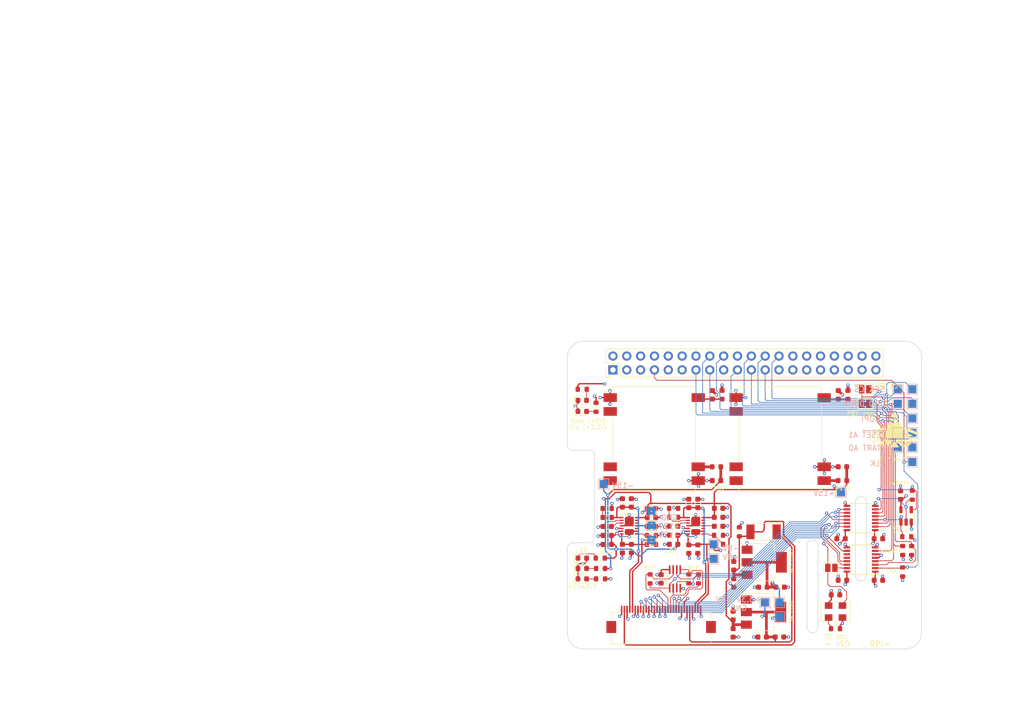
<source format=kicad_pcb>
(kicad_pcb (version 20211014) (generator pcbnew)
  (layers (0 "F.Cu" signal) (1 "In1.Cu" signal) (2 "In2.Cu" signal) (31 "B.Cu" signal) (34 "B.Paste" user) (35 "F.Paste" user) (36 "B.SilkS" user "B.Silkscreen") (37 "F.SilkS" user "F.Silkscreen") (38 "B.Mask" user) (39 "F.Mask" user) (44 "Edge.Cuts" user))
  (net 0 "")
  (net 1 "+12V")
  (net 2 "+5V")
  (net 3 "+4V")
  (net 4 "+3V3")
  (net 5 "GND")
  (net 6 "Net-(C10-Pad2)")
  (net 7 "Net-(C11-Pad2)")
  (net 8 "+15V")
  (net 9 "-15V")
  (net 10 "-12V")
  (net 11 "/CLK")
  (net 12 "/CIPO")
  (net 13 "/DRDY")
  (net 14 "/COPI")
  (net 15 "/SCK")
  (net 16 "/~{CS1}")
  (net 17 "/~{CS2}")
  (net 18 "/START")
  (net 19 "/~{RESET}")
  (net 20 "/~{CS3}")
  (net 21 "+8V")
  (net 22 "-8V")
  (net 23 "VBUS")
  (net 26 "Net-(R13-Pad1)")
  (net 42 "Net-(L3-Pad1)")
  (net 43 "Net-(L4-Pad1)")
  (net 44 "/~{CS}")
  (net 45 "/CS_A0")
  (net 46 "/CS_A1")
  (net 53 "VCC")
  (net 54 "GND1")
  (net 55 "Net-(C18-Pad2)")
  (net 56 "Net-(C19-Pad2)")
  (net 57 "Net-(C28-Pad2)")
  (net 58 "Net-(C29-Pad2)")
  (net 59 "Net-(R5-Pad2)")
  (net 60 "Net-(R6-Pad2)")
  (net 61 "Net-(R11-Pad1)")
  (net 62 "Net-(R10-Pad2)")
  (net 69 "/CS_A0_RP")
  (net 70 "/CS_A1_RP")
  (net 71 "/START_RP")
  (net 72 "/~{RESET_RP}")
  (net 73 "/COPI_RP")
  (net 74 "/CIPO_RP")
  (net 75 "/DRDY_RPI")
  (net 76 "/SCK_RP")
  (net 79 "/~{CS_RP}")
  (net 80 "/CLK_RPI")
  (net 81 "Net-(D2-Pad2)")
  (net 82 "/~{CS0_RP}")
  (net 83 "/~{CS1_RP}")
  (net 84 "Net-(R18-Pad2)")
  (net 85 "Net-(D3-Pad2)")
  (net 86 "Net-(JP3-Pad2)")
  (net 87 "Net-(R21-Pad2)")
  (net 88 "Net-(D5-Pad2)")
  (net 89 "Net-(D6-Pad2)")
  (footprint "RPi_Hat:RPi_Hat_Mounting_Hole" (layer "F.Cu") (at 177.634 64.77)
    (fp_text reference "" hide)
    (fp_text value "" hide)
  )
  (footprint "RPi_Hat:RPi_Hat_Mounting_Hole" (layer "F.Cu") (at 119.634 64.77)
    (fp_text reference "" hide)
    (fp_text value "" hide)
  )
  (footprint "RPi_Hat:RPi_Hat_Mounting_Hole" (layer "F.Cu") (at 119.634 113.77)
    (fp_text reference "" hide)
    (fp_text value "" hide)
  )
  (footprint "RPi_Hat:RPi_Hat_Mounting_Hole" (layer "F.Cu") (at 177.634 113.77)
    (fp_text reference "" hide)
    (fp_text value "" hide)
  )
  (footprint "Connector_PinHeader_2.54mm:PinHeader_2x20_P2.54mm_Vertical" (layer "F.Cu") (at 124.504 66.04 90)
    (fp_text reference "J2" hide)
    (fp_text value "Conn_02x20_Odd_Even" hide)
  )
  (footprint "Jumper:SolderJumper-2_P1.3mm_Bridged_Pad1.0x1.5mm" (layer "F.Cu") (at 170.83 72.263)
    (fp_text reference "JP1" hide)
    (fp_text value "SolderJumper_2_Bridged" hide)
  )
  (footprint "Resistor_SMD:R_0603_1608Metric" (layer "F.Cu") (at 135.636 93.091)
    (fp_text reference "R7" hide)
    (fp_text value "1k" hide)
  )
  (footprint "Resistor_SMD:R_0603_1608Metric" (layer "F.Cu") (at 138.43 104.394 90)
    (fp_text reference "R4" hide)
    (fp_text value "DNP" hide)
  )
  (footprint "Capacitor_SMD:C_0603_1608Metric" (layer "F.Cu") (at 123.444 94.77)
    (fp_text reference "C28" hide)
    (fp_text value "100n" hide)
  )
  (footprint "Converter_DCDC:Converter_DCDC_XP_POWER-ISU02_SMD" (layer "F.Cu") (at 155.194 78.74)
    (fp_text reference "U4" hide)
    (fp_text value "ISU0205S15" hide)
  )
  (footprint "Package_DFN_QFN:Linear_DE14MA" (layer "F.Cu") (at 127.508 94.643)
    (fp_text reference "U7" hide)
    (fp_text value "LT3032" hide)
  )
  (footprint "Resistor_SMD:R_0603_1608Metric" (layer "F.Cu") (at 165.354 113.538 180)
    (fp_text reference "R18" hide)
    (fp_text value "DNP" hide)
  )
  (footprint "Resistor_SMD:R_0603_1608Metric" (layer "F.Cu") (at 122.174 100.584 180)
    (fp_text reference "R21" hide)
    (fp_text value "1k" hide)
  )
  (footprint "Capacitor_SMD:C_0603_1608Metric" (layer "F.Cu") (at 173.228 97.028)
    (fp_text reference "C36" hide)
    (fp_text value "100n" hide)
  )
  (footprint "Resistor_SMD:R_0603_1608Metric" (layer "F.Cu") (at 131.572 98.072 180)
    (fp_text reference "R12" hide)
    (fp_text value "1k" hide)
  )
  (footprint "Diode_SMD:D_MELF" (layer "F.Cu") (at 152.146 95.758 180)
    (fp_text reference "D1" hide)
    (fp_text value "DIODE" hide)
  )
  (footprint "Capacitor_SMD:C_0603_1608Metric" (layer "F.Cu") (at 140.081 98.933 90)
    (fp_text reference "C23" hide)
    (fp_text value "4u7" hide)
  )
  (footprint "Capacitor_SMD:C_0603_1608Metric" (layer "F.Cu") (at 165.354 107.315 180)
    (fp_text reference "C39" hide)
    (fp_text value "100n" hide)
  )
  (footprint "Capacitor_SMD:C_0603_1608Metric" (layer "F.Cu") (at 155.067 115.062 180)
    (fp_text reference "C4" hide)
    (fp_text value "4u7" hide)
  )
  (footprint "Package_SO:SSOP-16_3.9x4.9mm_P0.635mm" (layer "F.Cu") (at 170.042 100.838 180)
    (fp_text reference "U9" hide)
    (fp_text value "ISO7761DBQ" hide)
  )
  (footprint "Capacitor_SMD:C_0603_1608Metric" (layer "F.Cu") (at 166.37 97.028)
    (fp_text reference "C34" hide)
    (fp_text value "100n" hide)
  )
  (footprint "Resistor_SMD:R_0603_1608Metric" (layer "F.Cu") (at 135.636 91.44 180)
    (fp_text reference "R5" hide)
    (fp_text value "1k" hide)
  )
  (footprint "Capacitor_SMD:C_0603_1608Metric" (layer "F.Cu") (at 165.862 70.612 -90)
    (fp_text reference "C10" hide)
    (fp_text value "100n" hide)
  )
  (footprint "Capacitor_SMD:C_0603_1608Metric" (layer "F.Cu") (at 143.891 93.091 180)
    (fp_text reference "C16" hide)
    (fp_text value "4u7" hide)
  )
  (footprint "Resistor_SMD:R_0603_1608Metric" (layer "F.Cu") (at 121.412 72.898 -90)
    (fp_text reference "R23" hide)
    (fp_text value "1k" hide)
  )
  (footprint "Capacitor_SMD:C_0603_1608Metric" (layer "F.Cu") (at 133.35 104.394 90)
    (fp_text reference "C1" hide)
    (fp_text value "100n" hide)
  )
  (footprint "LED_SMD:LED_0603_1608Metric" (layer "F.Cu") (at 118.872 102.489)
    (fp_text reference "D3" hide)
    (fp_text value "LED" hide)
  )
  (footprint "Capacitor_SMD:C_0603_1608Metric" (layer "F.Cu") (at 155.194 105.918 180)
    (fp_text reference "C8" hide)
    (fp_text value "4u7" hide)
  )
  (footprint "Resistor_SMD:R_0603_1608Metric" (layer "F.Cu") (at 123.444 93.119)
    (fp_text reference "R11" hide)
    (fp_text value "1k" hide)
  )
  (footprint "Capacitor_SMD:C_0603_1608Metric" (layer "F.Cu") (at 131.572 94.77 180)
    (fp_text reference "C29" hide)
    (fp_text value "100n" hide)
  )
  (footprint "Capacitor_SMD:C_0603_1608Metric" (layer "F.Cu") (at 131.572 91.468 180)
    (fp_text reference "C26" hide)
    (fp_text value "4u7" hide)
  )
  (footprint "Inductor_SMD:L_0603_1608Metric" (layer "F.Cu") (at 166.624 86.36)
    (fp_text reference "L3" hide)
    (fp_text value "BLM 600R" hide)
  )
  (footprint "Oscillator:Oscillator_SMD_TXC_7C-4Pin_5.0x3.2mm" (layer "F.Cu") (at 165.358 110.393)
    (fp_text reference "X1" hide)
    (fp_text value "SIT8008BC-83-33E-7.372800" hide)
  )
  (footprint "Resistor_SMD:R_0603_1608Metric" (layer "F.Cu") (at 122.238 104.394 180)
    (fp_text reference "R19" hide)
    (fp_text value "1k" hide)
  )
  (footprint "Resistor_SMD:R_0603_1608Metric" (layer "F.Cu") (at 122.238 102.489 180)
    (fp_text reference "R20" hide)
    (fp_text value "1k" hide)
  )
  (footprint "Resistor_SMD:R_0603_1608Metric" (layer "F.Cu") (at 123.444 91.468 180)
    (fp_text reference "R9" hide)
    (fp_text value "1k" hide)
  )
  (footprint "Capacitor_SMD:C_0603_1608Metric" (layer "F.Cu") (at 166.624 83.82)
    (fp_text reference "C12" hide)
    (fp_text value "100n" hide)
  )
  (footprint "Capacitor_SMD:C_0603_1608Metric" (layer "F.Cu") (at 166.624 104.648)
    (fp_text reference "C35" hide)
    (fp_text value "100n" hide)
  )
  (footprint "Capacitor_SMD:C_0603_1608Metric" (layer "F.Cu") (at 135.636 98.044)
    (fp_text reference "C17" hide)
    (fp_text value "4u7" hide)
  )
  (footprint "Capacitor_SMD:C_0603_1608Metric" (layer "F.Cu") (at 146.558 114.3 90)
    (fp_text reference "C3" hide)
    (fp_text value "4u7" hide)
  )
  (footprint "Capacitor_SMD:C_0603_1608Metric" (layer "F.Cu") (at 143.891 94.742 180)
    (fp_text reference "C19" hide)
    (fp_text value "100n" hide)
  )
  (footprint "Capacitor_SMD:C_0603_1608Metric" (layer "F.Cu") (at 177.292 89.027 90)
    (fp_text reference "C38" hide)
    (fp_text value "100n" hide)
  )
  (footprint "Package_TO_SOT_SMD:SOT-223-3_TabPin2" (layer "F.Cu") (at 152.273 101.346)
    (fp_text reference "U3" hide)
    (fp_text value "LD1117S33TR_SOT223" hide)
  )
  (footprint "Capacitor_SMD:C_0603_1608Metric" (layer "F.Cu") (at 127.889 98.834 90)
    (fp_text reference "C33" hide)
    (fp_text value "4u7" hide)
  )
  (footprint "Capacitor_SMD:C_0603_1608Metric" (layer "F.Cu") (at 152.019 105.918)
    (fp_text reference "C9" hide)
    (fp_text value "4u7" hide)
  )
  (footprint "Jumper:SolderJumper-2_P1.3mm_Open_Pad1.0x1.5mm" (layer "F.Cu") (at 170.815 69.596)
    (fp_text reference "JP2" hide)
    (fp_text value "SolderJumper_2_Open" hide)
  )
  (footprint "Capacitor_SMD:C_0603_1608Metric" (layer "F.Cu") (at 138.43 98.933 90)
    (fp_text reference "C21" hide)
    (fp_text value "4u7" hide)
  )
  (footprint "LED_SMD:LED_0603_1608Metric" (layer "F.Cu") (at 118.872 100.584)
    (fp_text reference "D4" hide)
    (fp_text value "LED" hide)
  )
  (footprint "Resistor_SMD:R_0603_1608Metric" (layer "F.Cu") (at 147.701 95.758 90)
    (fp_text reference "R1" hide)
    (fp_text value "1k" hide)
  )
  (footprint "Resistor_SMD:R_0603_1608Metric" (layer "F.Cu") (at 131.318 104.394 90)
    (fp_text reference "R2" hide)
    (fp_text value "DNP" hide)
  )
  (footprint "LED_SMD:LED_0603_1608Metric" (layer "F.Cu") (at 118.872 71.628)
    (fp_text reference "D5" hide)
    (fp_text value "LED" hide)
  )
  (footprint "Converter_DCDC:Converter_DCDC_XP_POWER-ISU02_SMD" (layer "F.Cu") (at 132.08 78.74)
    (fp_text reference "U5" hide)
    (fp_text value "ISU0205S15" hide)
  )
  (footprint "Connector_FFC-FPC:Hirose_FH12-30S-0.5SH_1x30-1MP_P0.50mm_Horizontal" (layer "F.Cu") (at 133.35 111.826)
    (fp_text reference "J1" hide)
    (fp_text value "WE_687130149022" hide)
  )
  (footprint "Package_SO:SSOP-16_3.9x4.9mm_P0.635mm" (layer "F.Cu") (at 170.053 93.218 180)
    (fp_text reference "U8" hide)
    (fp_text value "ISO7761DBQ" hide)
  )
  (footprint "Capacitor_SMD:C_0603_1608Metric" (layer "F.Cu") (at 123.457 96.421)
    (fp_text reference "C27" hide)
    (fp_text value "4u7" hide)
  )
  (footprint "Resistor_SMD:R_0603_1608Metric" (layer "F.Cu") (at 178.435 96.647)
    (fp_text reference "R14" hide)
    (fp_text value "10k" hide)
  )
  (footprint "Inductor_SMD:L_0603_1608Metric" (layer "F.Cu") (at 144.526 70.612 -90)
    (fp_text reference "L2" hide)
    (fp_text value "BLM 600R" hide)
  )
  (footprint "Capacitor_SMD:C_0603_1608Metric" (layer "F.Cu") (at 143.891 91.44 180)
    (fp_text reference "C14" hide)
    (fp_text value "4u7" hide)
  )
  (footprint "Package_SO:SSOP-8_2.95x2.8mm_P0.65mm" (layer "F.Cu") (at 135.89 104.394 90)
    (fp_text reference "U1" hide)
    (fp_text value "74LVC1G29" hide)
  )
  (footprint "Capacitor_SMD:C_0603_1608Metric" (layer "F.Cu") (at 135.636 94.742)
    (fp_text reference "C18" hide)
    (fp_text value "100n" hide)
  )
  (footprint "Package_TO_SOT_SMD:SOT-23-5" (layer "F.Cu") (at 178.308 92.837 90)
    (fp_text reference "U10" hide)
    (fp_text value "74LVC1G125" hide)
  )
  (footprint "Capacitor_SMD:C_0603_1608Metric" (layer "F.Cu") (at 138.43 90.551 -90)
    (fp_text reference "C22" hide)
    (fp_text value "4u7" hide)
  )
  (footprint "Resistor_SMD:R_0603_1608Metric" (layer "F.Cu") (at 177.673 99.187 -90)
    (fp_text reference "R16" hide)
    (fp_text value "10k" hide)
  )
  (footprint "Capacitor_SMD:C_0603_1608Metric" (layer "F.Cu") (at 146.685 101.981 -90)
    (fp_text reference "C6" hide)
    (fp_text value "4u7" hide)
  )
  (footprint "Capacitor_SMD:C_0603_1608Metric" (layer "F.Cu") (at 123.457 98.072)
    (fp_text reference "C25" hide)
    (fp_text value "4u7" hide)
  )
  (footprint "Package_DFN_QFN:Linear_DE14MA" (layer "F.Cu") (at 139.7 94.643)
    (fp_text reference "U6" hide)
    (fp_text value "LT3032" hide)
  )
  (footprint "Capacitor_SMD:C_0603_1608Metric" (layer "F.Cu") (at 131.572 93.119 180)
    (fp_text reference "C24" hide)
    (fp_text value "4u7" hide)
  )
  (footprint "Resistor_SMD:R_0603_1608Metric" (layer "F.Cu") (at 140.208 104.394 -90)
    (fp_text reference "R3" hide)
    (fp_text value "DNP" hide)
  )
  (footprint "LED_SMD:LED_0603_1608Metric" (layer "F.Cu") (at 118.872 104.394)
    (fp_text reference "D2" hide)
    (fp_text value "LED" hide)
  )
  (footprint "Capacitor_SMD:C_0603_1608Metric" (layer "F.Cu") (at 140.081 90.551 -90)
    (fp_text reference "C20" hide)
    (fp_text value "4u7" hide)
  )
  (footprint "Capacitor_SMD:C_0603_1608Metric" (layer "F.Cu") (at 146.558 111.125 -90)
    (fp_text reference "C2" hide)
    (fp_text value "4u7" hide)
  )
  (footprint "Capacitor_SMD:C_0603_1608Metric" (layer "F.Cu") (at 126.238 90.452 -90)
    (fp_text reference "C30" hide)
    (fp_text value "4u7" hide)
  )
  (footprint "Capacitor_SMD:C_0603_1608Metric" (layer "F.Cu") (at 126.238 98.834 90)
    (fp_text reference "C31" hide)
    (fp_text value "4u7" hide)
  )
  (footprint "Resistor_SMD:R_0603_1608Metric" (layer "F.Cu") (at 179.324 99.187 -90)
    (fp_text reference "R15" hide)
    (fp_text value "10k" hide)
  )
  (footprint "Resistor_SMD:R_0603_1608Metric" (layer "F.Cu") (at 131.572 96.421 180)
    (fp_text reference "R10" hide)
    (fp_text value "1k" hide)
  )
  (footprint "Resistor_SMD:R_0603_1608Metric" (layer "F.Cu") (at 179.451 89.027 90)
    (fp_text reference "R13" hide)
    (fp_text value "DNP" hide)
  )
  (footprint "Capacitor_SMD:C_0603_1608Metric" (layer "F.Cu") (at 127.889 90.452 -90)
    (fp_text reference "C32" hide)
    (fp_text value "4u7" hide)
  )
  (footprint "Capacitor_SMD:C_0603_1608Metric" (layer "F.Cu") (at 173.228 104.648)
    (fp_text reference "C37" hide)
    (fp_text value "100n" hide)
  )
  (footprint "Capacitor_SMD:C_0603_1608Metric" (layer "F.Cu") (at 151.892 115.062)
    (fp_text reference "C5" hide)
    (fp_text value "4u7" hide)
  )
  (footprint "Capacitor_SMD:C_0603_1608Metric" (layer "F.Cu") (at 143.51 86.36 180)
    (fp_text reference "C13" hide)
    (fp_text value "100n" hide)
  )
  (footprint "Resistor_SMD:R_0603_1608Metric" (layer "F.Cu") (at 118.872 69.596)
    (fp_text reference "R22" hide)
    (fp_text value "1k" hide)
  )
  (footprint "Capacitor_SMD:C_0603_1608Metric" (layer "F.Cu") (at 142.748 70.612 -90)
    (fp_text reference "C11" hide)
    (fp_text value "100n" hide)
  )
  (footprint "Jumper:SolderJumper-2_P1.3mm_Open_Pad1.0x1.5mm" (layer "F.Cu") (at 164.592 102.362)
    (fp_text reference "JP3" hide)
    (fp_text value "SolderJumper_2_Open" hide)
  )
  (footprint "Inductor_SMD:L_0603_1608Metric" (layer "F.Cu") (at 143.51 83.82)
    (fp_text reference "L4" hide)
    (fp_text value "BLM 600R" hide)
  )
  (footprint "Capacitor_SMD:C_0603_1608Metric" (layer "F.Cu") (at 135.636 96.393)
    (fp_text reference "C15" hide)
    (fp_text value "4u7" hide)
  )
  (footprint "Resistor_SMD:R_0603_1608Metric" (layer "F.Cu") (at 177.673 103.124 -90)
    (fp_text reference "R17" hide)
    (fp_text value "10k" hide)
  )
  (footprint "Capacitor_SMD:C_0603_1608Metric" (layer "F.Cu") (at 146.685 105.156 90)
    (fp_text reference "C7" hide)
    (fp_text value "4u7" hide)
  )
  (footprint "Inductor_SMD:L_0603_1608Metric" (layer "F.Cu") (at 167.64 70.612 -90)
    (fp_text reference "L1" hide)
    (fp_text value "BLM 600R" hide)
  )
  (footprint "Package_TO_SOT_SMD:SOT-223-3_TabPin2" (layer "F.Cu") (at 152.146 110.49)
    (fp_text reference "U2" hide)
    (fp_text value "LD1117S50TR_SOT223" hide)
  )
  (footprint "Resistor_SMD:R_0603_1608Metric" (layer "F.Cu") (at 143.891 98.044 180)
    (fp_text reference "R8" hide)
    (fp_text value "1k" hide)
  )
  (footprint "LED_SMD:LED_0603_1608Metric" (layer "F.Cu") (at 118.872 73.66)
    (fp_text reference "D6" hide)
    (fp_text value "LED" hide)
  )
  (footprint "Resistor_SMD:R_0603_1608Metric" (layer "F.Cu") (at 143.891 96.393 180)
    (fp_text reference "R6" hide)
    (fp_text value "1k" hide)
  )
  (footprint "TestPoint:TestPoint_Pad_1.5x1.5mm" (layer "B.Cu") (at 176.784 72.263 180)
    (fp_text reference "TP20" hide)
    (fp_text value "TestPoint_Small" hide)
  )
  (footprint "TestPoint:TestPoint_Pad_1.5x1.5mm" (layer "B.Cu") (at 179.451 80.264 180)
    (fp_text reference "TP19" hide)
    (fp_text value "TestPoint_Small" hide)
  )
  (footprint "TestPoint:TestPoint_Pad_1.5x1.5mm" (layer "B.Cu") (at 131.572 94.615 180)
    (fp_text reference "TP8" hide)
    (fp_text value "TestPoint_Small" hide)
  )
  (footprint "TestPoint:TestPoint_Pad_1.5x1.5mm" (layer "B.Cu") (at 166.37 88.519 180)
    (fp_text reference "TP1" hide)
    (fp_text value "TestPoint_Small" hide)
  )
  (footprint "TestPoint:TestPoint_Pad_1.5x1.5mm" (layer "B.Cu") (at 179.451 74.93 180)
    (fp_text reference "TP12" hide)
    (fp_text value "TestPoint_Small" hide)
  )
  (footprint "TestPoint:TestPoint_Pad_1.5x1.5mm" (layer "B.Cu") (at 152.4 108.712 180)
    (fp_text reference "TP7" hide)
    (fp_text value "TestPoint_Small" hide)
  )
  (footprint "TestPoint:TestPoint_Pad_1.5x1.5mm" (layer "B.Cu") (at 179.451 72.263 180)
    (fp_text reference "TP16" hide)
    (fp_text value "TestPoint_Small" hide)
  )
  (footprint "TestPoint:TestPoint_Pad_1.5x1.5mm" (layer "B.Cu") (at 155.067 108.712 180)
    (fp_text reference "TP10" hide)
    (fp_text value "TestPoint_Small" hide)
  )
  (footprint "TestPoint:TestPoint_Pad_1.5x1.5mm" (layer "B.Cu") (at 179.451 82.931 180)
    (fp_text reference "TP17" hide)
    (fp_text value "TestPoint_Small" hide)
  )
  (footprint "TestPoint:TestPoint_Pad_1.5x1.5mm" (layer "B.Cu") (at 143.002 100.711 180)
    (fp_text reference "TP5" hide)
    (fp_text value "TestPoint_Small" hide)
  )
  (footprint "TestPoint:TestPoint_Pad_1.5x1.5mm" (layer "B.Cu") (at 176.784 69.596 180)
    (fp_text reference "TP13" hide)
    (fp_text value "TestPoint_Small" hide)
  )
  (footprint "TestPoint:TestPoint_Pad_1.5x1.5mm" (layer "B.Cu") (at 176.784 77.597 180)
    (fp_text reference "TP15" hide)
    (fp_text value "TestPoint_Small" hide)
  )
  (footprint "TestPoint:TestPoint_Pad_1.5x1.5mm" (layer "B.Cu") (at 143.002 98.044 180)
    (fp_text reference "TP6" hide)
    (fp_text value "TestPoint_Small" hide)
  )
  (footprint "TestPoint:TestPoint_Pad_1.5x1.5mm" (layer "B.Cu") (at 176.784 80.264 180)
    (fp_text reference "TP14" hide)
    (fp_text value "TestPoint_Small" hide)
  )
  (footprint "TestPoint:TestPoint_Pad_1.5x1.5mm" (layer "B.Cu") (at 155.067 111.379 180)
    (fp_text reference "TP3" hide)
    (fp_text value "TestPoint_Small" hide)
  )
  (footprint "TestPoint:TestPoint_Pad_1.5x1.5mm" (layer "B.Cu") (at 131.572 97.282 180)
    (fp_text reference "TP9" hide)
    (fp_text value "TestPoint_Small" hide)
  )
  (footprint "TestPoint:TestPoint_Pad_1.5x1.5mm" (layer "B.Cu") (at 179.451 69.596 180)
    (fp_text reference "TP11" hide)
    (fp_text value "TestPoint_Small" hide)
  )
  (footprint "TestPoint:TestPoint_Pad_1.5x1.5mm" (layer "B.Cu") (at 131.572 91.948 180)
    (fp_text reference "TP4" hide)
    (fp_text value "TestPoint_Small" hide)
  )
  (footprint "TestPoint:TestPoint_Pad_1.5x1.5mm" (layer "B.Cu") (at 122.809 86.995 180)
    (fp_text reference "TP2" hide)
    (fp_text value "TestPoint_Small" hide)
  )
  (footprint "TestPoint:TestPoint_Pad_1.5x1.5mm" (layer "B.Cu") (at 179.451 77.597 180)
    (fp_text reference "TP18" hide)
    (fp_text value "TestPoint_Small" hide)
  )
  (gr_poly (pts (xy 174.253029 77.544454) (xy 174.076328 77.594635) (xy 173.89762 77.649066) (xy 173.716742 77.707746) (xy 173.533532 77.770675) (xy 173.347828 77.837855) (xy 173.159469 77.909285) (xy 172.968291 77.984965) (xy 172.774134 78.064896) (xy 172.928738 78.117193) (xy 173.086732 78.166801) (xy 173.247929 78.213711) (xy 173.412143 78.257914) (xy 173.579184 78.299399) (xy 173.748868 78.338159) (xy 173.921005 78.374181) (xy 174.09541 78.407459) (xy 174.131286 78.199201) (xy 174.169479 77.985377) (xy 174.210042 77.766843) (xy 174.253029 77.544454)) (layer "F.SilkS") (width 0.019843) (fill solid))
  (gr_poly (pts (xy 176.160906 79.132569) (xy 175.290718 80.220304) (xy 175.503743 80.235537) (xy 175.719934 80.246585) (xy 175.939064 80.253313) (xy 176.160906 80.255586) (xy 176.382749 80.25331) (xy 176.601879 80.246572) (xy 176.81807 80.235511) (xy 177.031094 80.220265) (xy 176.160906 79.132569)) (layer "F.SilkS") (width 0.019843) (fill solid))
  (gr_poly (pts (xy 179.743973 78.669515) (xy 179.553275 79.622908) (xy 179.645554 79.57912) (xy 179.734566 79.534264) (xy 179.820239 79.488404) (xy 179.9025 79.441603) (xy 179.981276 79.393923) (xy 180.056496 79.345427) (xy 180.128086 79.296176) (xy 180.195974 79.246234) (xy 180.139817 79.26324) (xy 179.743974 78.669515) (xy 179.743973 78.669515)) (layer "F.SilkS") (width 0.019843) (fill solid))
  (gr_poly (pts (xy 180.109813 78.232) (xy 180.065648 78.251035) (xy 180.021188 78.269822) (xy 179.976411 78.288341) (xy 179.931298 78.306573) (xy 180.109813 78.574345) (xy 180.109813 78.232)) (layer "F.SilkS") (width 0.019843) (fill solid))
  (gr_poly (pts (xy 178.413966 78.867516) (xy 177.782636 80.130134) (xy 177.964244 80.099144) (xy 178.141894 80.065052) (xy 178.315389 80.027949) (xy 178.484533 79.987923) (xy 178.649126 79.945067) (xy 178.808973 79.899469) (xy 178.963876 79.85122) (xy 179.113636 79.80041) (xy 178.413946 78.867555) (xy 178.413948 78.86755) (xy 178.413951 78.867545) (xy 178.413956 78.867535) (xy 178.413966 78.867516)) (layer "F.SilkS") (width 0.019843) (fill solid))
  (gr_poly (pts (xy 178.068783 77.544454) (xy 178.111765 77.766843) (xy 178.152333 77.985377) (xy 178.190531 78.199201) (xy 178.226402 78.407459) (xy 178.4008 78.374181) (xy 178.572933 78.338159) (xy 178.742614 78.299399) (xy 178.909655 78.257914) (xy 179.073869 78.213711) (xy 179.235069 78.166801) (xy 179.393068 78.117193) (xy 179.547679 78.064896) (xy 179.353515 77.984971) (xy 179.162333 77.909296) (xy 178.97397 77.837869) (xy 178.788266 77.77069) (xy 178.605057 77.707759) (xy 178.424182 77.649077) (xy 178.245478 77.594642) (xy 178.068783 77.544454)) (layer "F.SilkS") (width 0.019843) (fill solid))
  (gr_poly (pts (xy 173.907847 78.867516) (xy 173.208157 79.80041) (xy 173.357924 79.85122) (xy 173.512831 79.899469) (xy 173.672682 79.945067) (xy 173.837278 79.987923) (xy 174.006423 80.027949) (xy 174.179919 80.065052) (xy 174.357569 80.099144) (xy 174.539176 80.130134) (xy 173.907847 78.867516)) (layer "F.SilkS") (width 0.019843) (fill solid))
  (gr_poly (pts (xy 176.160906 73.945274) (xy 176.14688 73.945632) (xy 176.132707 73.94671) (xy 176.118392 73.948514) (xy 176.103937 73.95105) (xy 176.089345 73.954322) (xy 176.07462 73.958337) (xy 176.059763 73.9631) (xy 176.044779 73.968618) (xy 176.029671 73.974895) (xy 176.01444 73.981938) (xy 175.983625 73.998342) (xy 175.95236 74.017875) (xy 175.920668 74.040584) (xy 175.888573 74.066512) (xy 175.856099 74.095707) (xy 175.823271 74.128212) (xy 175.790112 74.164074) (xy 175.756647 74.203337) (xy 175.722899 74.246047) (xy 175.688893 74.29225) (xy 175.654653 74.34199) (xy 175.636032 74.37043) (xy 175.617467 74.399773) (xy 175.59896 74.429998) (xy 175.580514 74.461083) (xy 175.56213 74.493004) (xy 175.54381 74.525741) (xy 175.525557 74.55927) (xy 175.507372 74.593569) (xy 175.542631 74.607074) (xy 175.577047 74.621471) (xy 175.610646 74.636565) (xy 175.643453 74.65216) (xy 175.675495 74.668062) (xy 175.706797 74.684074) (xy 175.767286 74.715648) (xy 175.824284 74.745048) (xy 175.878934 74.77211) (xy 175.931298 74.796348) (xy 175.956641 74.807255) (xy 175.981434 74.817273) (xy 176.005686 74.826341) (xy 176.029403 74.834397) (xy 176.052594 74.841381) (xy 176.075265 74.847233) (xy 176.097424 74.85189) (xy 176.119079 74.855292) (xy 176.140237 74.857378) (xy 176.160906 74.858087) (xy 176.181644 74.857382) (xy 176.202859 74.855307) (xy 176.22456 74.851923) (xy 176.246757 74.84729) (xy 176.269455 74.841469) (xy 176.292665 74.834521) (xy 176.316394 74.826504) (xy 176.340651 74.817481) (xy 176.365443 74.807512) (xy 176.39078 74.796656) (xy 176.443118 74.772529) (xy 176.497731 74.745583) (xy 176.554685 74.716303) (xy 176.615258 74.684771) (xy 176.646588 74.668775) (xy 176.678652 74.652882) (xy 176.711475 74.637288) (xy 176.745086 74.622184) (xy 176.779511 74.607765) (xy 176.814778 74.594224) (xy 176.796561 74.559829) (xy 176.778273 74.526207) (xy 176.759916 74.493382) (xy 176.741492 74.461375) (xy 176.723004 74.430212) (xy 176.704454 74.399914) (xy 176.685845 74.370506) (xy 176.66718 74.34201) (xy 176.632936 74.29226) (xy 176.598927 74.246049) (xy 176.565176 74.203333) (xy 176.531709 74.164065) (xy 176.498548 74.128201) (xy 176.465718 74.095694) (xy 176.433243 74.066499) (xy 176.401147 74.040571) (xy 176.369454 74.017864) (xy 176.338188 73.998332) (xy 176.307373 73.98193) (xy 176.277033 73.968613) (xy 176.247193 73.958334) (xy 176.217875 73.951048) (xy 176.189105 73.94671) (xy 176.160906 73.945274)) (layer "F.SilkS") (width 0.019843) (fill solid))
  (gr_poly (pts (xy 172.212 78.232) (xy 172.212 78.574345) (xy 172.390515 78.306573) (xy 172.345401 78.288353) (xy 172.300625 78.26984) (xy 172.256165 78.251056) (xy 172.212 78.23202) (xy 172.212 78.232)) (layer "F.SilkS") (width 0.019843) (fill solid))
  (gr_poly (pts (xy 171.686796 77.971373) (xy 171.669014 78.004726) (xy 171.660717 78.021416) (xy 171.652814 78.038115) (xy 171.645307 78.054823) (xy 171.638193 78.07154) (xy 171.631474 78.088268) (xy 171.625149 78.105005) (xy 171.619216 78.121754) (xy 171.613677 78.138514) (xy 171.60853 78.155285) (xy 171.603775 78.172067) (xy 171.599412 78.188862) (xy 171.59544 78.205669) (xy 171.591859 78.22249) (xy 171.588668 78.239323) (xy 171.745434 78.004135) (xy 171.716026 77.987853) (xy 171.686796 77.971393) (xy 171.686796 77.971373)) (layer "F.SilkS") (width 0.019843) (fill solid))
  (gr_poly (pts (xy 179.415679 78.489651) (xy 179.330907 78.515783) (xy 179.245377 78.541136) (xy 179.159108 78.565707) (xy 179.072119 78.589495) (xy 178.984428 78.612498) (xy 178.896054 78.634714) (xy 178.807018 78.656141) (xy 178.717337 78.676778) (xy 179.239088 79.37246) (xy 179.415697 78.489651) (xy 179.415679 78.489651)) (layer "F.SilkS") (width 0.019843) (fill solid))
  (gr_poly (pts (xy 175.353365 74.920952) (xy 175.327462 74.982685) (xy 175.301791 75.045801) (xy 175.276357 75.11023) (xy 175.25117 75.175904) (xy 175.289142 75.178224) (xy 175.326255 75.18239) (xy 175.36253 75.188253) (xy 175.397988 75.195662) (xy 175.432648 75.204468) (xy 175.466534 75.214521) (xy 175.499664 75.22567) (xy 175.53206 75.237767) (xy 175.563743 75.250661) (xy 175.594734 75.264202) (xy 175.654722 75.292626) (xy 175.767305 75.350648) (xy 175.824295 75.380048) (xy 175.878937 75.40711) (xy 175.931292 75.431348) (xy 175.956631 75.442255) (xy 175.981422 75.452273) (xy 176.005671 75.461341) (xy 176.029387 75.469397) (xy 176.052577 75.476382) (xy 176.075248 75.482233) (xy 176.09741 75.48689) (xy 176.119068 75.490292) (xy 176.140231 75.492378) (xy 176.160906 75.493087) (xy 176.181644 75.492382) (xy 176.202859 75.490307) (xy 176.22456 75.486923) (xy 176.246757 75.48229) (xy 176.269455 75.476469) (xy 176.292665 75.469521) (xy 176.316394 75.461504) (xy 176.340651 75.452481) (xy 176.365443 75.442512) (xy 176.39078 75.431656) (xy 176.443118 75.407529) (xy 176.497731 75.380583) (xy 176.554685 75.351303) (xy 176.609823 75.322565) (xy 176.667298 75.293402) (xy 176.72728 75.265002) (xy 176.758264 75.251461) (xy 176.789938 75.238556) (xy 176.822323 75.226436) (xy 176.85544 75.215251) (xy 176.889311 75.205149) (xy 176.923956 75.196278) (xy 176.959396 75.188787) (xy 176.995654 75.182825) (xy 177.032749 75.178541) (xy 177.070702 75.176082) (xy 177.045573 75.110533) (xy 177.020195 75.046213) (xy 176.994571 74.983198) (xy 176.968705 74.921566) (xy 176.940379 74.931225) (xy 176.911298 74.942284) (xy 176.881441 74.954653) (xy 176.850784 74.968244) (xy 176.819305 74.982968) (xy 176.78698 74.998736) (xy 176.753788 75.015459) (xy 176.719706 75.033049) (xy 176.660755 75.063895) (xy 176.599161 75.095339) (xy 176.567299 75.110832) (xy 176.534688 75.12593) (xy 176.501299 75.140451) (xy 176.467102 75.154215) (xy 176.432068 75.167038) (xy 176.396166 75.178741) (xy 176.359369 75.189142) (xy 176.321645 75.198058) (xy 176.282967 75.205309) (xy 176.243304 75.210713) (xy 176.202626 75.214089) (xy 176.160906 75.215254) (xy 176.119123 75.214081) (xy 176.078393 75.210684) (xy 176.038685 75.205246) (xy 175.99997 75.19795) (xy 175.962218 75.18898) (xy 175.925399 75.178519) (xy 175.889483 75.166749) (xy 175.854439 75.153855) (xy 175.820238 75.140019) (xy 175.78685 75.125425) (xy 175.722391 75.094695) (xy 175.601907 75.032195) (xy 175.56784 75.014578) (xy 175.534679 74.997844) (xy 175.502399 74.982082) (xy 175.470976 74.967381) (xy 175.440385 74.953827) (xy 175.410603 74.941509) (xy 175.381604 74.930514) (xy 175.353364 74.920932) (xy 175.353365 74.920952)) (layer "F.SilkS") (width 0.019843) (fill solid))
  (gr_poly (pts (xy 174.275591 78.804155) (xy 174.925832 80.104635) (xy 175.855849 78.942149) (xy 175.655212 78.935909) (xy 175.455075 78.926556) (xy 175.255631 78.914075) (xy 175.057073 78.898448) (xy 174.859597 78.87966) (xy 174.663395 78.857696) (xy 174.468662 78.83254) (xy 174.275591 78.804175) (xy 174.275591 78.804155)) (layer "F.SilkS") (width 0.019843) (fill solid))
  (gr_poly (pts (xy 172.57784 78.669515) (xy 172.181997 79.26324) (xy 172.125839 79.246234) (xy 172.19372 79.296177) (xy 172.265305 79.345429) (xy 172.340521 79.393928) (xy 172.419296 79.441611) (xy 172.501555 79.488413) (xy 172.587227 79.534272) (xy 172.676239 79.579125) (xy 172.768518 79.622908) (xy 172.57782 78.669515) (xy 172.57784 78.669515)) (layer "F.SilkS") (width 0.019843) (fill solid))
  (gr_poly (pts (xy 172.906135 78.489651) (xy 173.082744 79.37246) (xy 173.604476 78.676798) (xy 173.425759 78.634703) (xy 173.249695 78.589473) (xy 173.076436 78.541114) (xy 172.990906 78.515763) (xy 172.906135 78.489631) (xy 172.906135 78.489651)) (layer "F.SilkS") (width 0.019843) (fill solid))
  (gr_poly (pts (xy 174.45222 76.625391) (xy 174.228783 76.666329) (xy 174.011691 76.711966) (xy 173.801335 76.762135) (xy 173.598108 76.816667) (xy 173.402402 76.875393) (xy 173.214608 76.938145) (xy 173.035118 77.004753) (xy 172.864324 77.07505) (xy 172.78823 77.10882) (xy 172.714146 77.143316) (xy 172.642106 77.178505) (xy 172.572147 77.214355) (xy 172.504304 77.250834) (xy 172.438613 77.28791) (xy 172.37511 77.325552) (xy 172.313831 77.363727) (xy 172.254811 77.402404) (xy 172.198087 77.44155) (xy 172.143694 77.481133) (xy 172.091668 77.521122) (xy 172.042046 77.561484) (xy 171.994862 77.602187) (xy 171.950153 77.643201) (xy 171.907954 77.684491) (xy 171.955146 77.710053) (xy 172.002956 77.735271) (xy 172.051379 77.760141) (xy 172.100411 77.78466) (xy 172.150047 77.808825) (xy 172.200281 77.832632) (xy 172.25111 77.856078) (xy 172.302527 77.879159) (xy 172.570944 77.762996) (xy 172.83447 77.654415) (xy 173.093438 77.553411) (xy 173.348176 77.45998) (xy 173.599017 77.374116) (xy 173.846289 77.295816) (xy 174.090324 77.225074) (xy 174.331452 77.161887) (xy 174.360357 77.027836) (xy 174.39014 76.893626) (xy 174.420771 76.759428) (xy 174.452221 76.625411) (xy 174.45222 76.625391)) (layer "F.SilkS") (width 0.019843) (fill solid))
  (gr_poly (pts (xy 175.214101 75.532695) (xy 175.209709 75.532897) (xy 175.205092 75.533226) (xy 175.195213 75.534258) (xy 175.184511 75.535772) (xy 175.173037 75.537748) (xy 175.160838 75.540167) (xy 175.147963 75.543011) (xy 175.13446 75.546262) (xy 175.120379 75.549899) (xy 175.013893 75.894875) (xy 174.913697 76.255036) (xy 174.819848 76.625567) (xy 174.732404 77.001656) (xy 174.651423 77.378487) (xy 174.576963 77.751248) (xy 174.509081 78.115125) (xy 174.447835 78.465303) (xy 174.656911 78.49405) (xy 174.868004 78.519035) (xy 175.080829 78.540235) (xy 175.295098 78.557629) (xy 175.510527 78.571195) (xy 175.726828 78.580912) (xy 175.943717 78.586758) (xy 176.160906 78.588711) (xy 176.378097 78.586757) (xy 176.594989 78.580909) (xy 176.811296 78.571189) (xy 177.026729 78.557619) (xy 177.241001 78.540221) (xy 177.453824 78.519018) (xy 177.664912 78.494031) (xy 177.873977 78.465284) (xy 177.812695 78.114886) (xy 177.744765 77.750773) (xy 177.670246 77.377768) (xy 177.589197 77.000696) (xy 177.501677 76.624378) (xy 177.407745 76.25364) (xy 177.307459 75.893303) (xy 177.200878 75.548193) (xy 177.187183 75.544891) (xy 177.174031 75.541948) (xy 177.161463 75.53938) (xy 177.14952 75.537202) (xy 177.138241 75.53543) (xy 177.127668 75.534081) (xy 177.117842 75.53317) (xy 177.108803 75.532714) (xy 177.088324 75.532896) (xy 177.067385 75.534445) (xy 177.045974 75.537306) (xy 177.02408 75.54142) (xy 177.001693 75.546733) (xy 176.978801 75.553186) (xy 176.955393 75.560725) (xy 176.931459 75.569291) (xy 176.906987 75.578829) (xy 176.881966 75.589283) (xy 176.856386 75.600594) (xy 176.830235 75.612708) (xy 176.776178 75.639114) (xy 176.719706 75.668049) (xy 176.660755 75.698896) (xy 176.599161 75.730343) (xy 176.5673 75.745837) (xy 176.534689 75.760936) (xy 176.5013 75.775459) (xy 176.467103 75.789225) (xy 176.432068 75.80205) (xy 176.396167 75.813755) (xy 176.359369 75.824157) (xy 176.321646 75.833075) (xy 176.282968 75.840327) (xy 176.243304 75.845732) (xy 176.202627 75.849108) (xy 176.160906 75.850274) (xy 176.119123 75.849101) (xy 176.078393 75.845704) (xy 176.038686 75.840266) (xy 175.999971 75.83297) (xy 175.962219 75.824) (xy 175.9254 75.813538) (xy 175.889483 75.801769) (xy 175.854439 75.788875) (xy 175.820238 75.775039) (xy 175.78685 75.760445) (xy 175.722392 75.729715) (xy 175.601908 75.667215) (xy 175.545492 75.638233) (xy 175.491527 75.611831) (xy 175.439922 75.588456) (xy 175.414975 75.578044) (xy 175.390584 75.568557) (xy 175.366738 75.560051) (xy 175.343425 75.552582) (xy 175.320633 75.546205) (xy 175.298352 75.540978) (xy 175.276569 75.536955) (xy 175.255274 75.534193) (xy 175.234455 75.532747) (xy 175.214102 75.532675) (xy 175.214101 75.532695)) (layer "F.SilkS") (width 0.019843) (fill solid))
  (gr_poly (pts (xy 171.854813 78.484036) (xy 171.676715 78.751132) (xy 171.694015 78.78237) (xy 171.712727 78.813574) (xy 171.732855 78.844748) (xy 171.754401 78.87589) (xy 171.777367 78.907003) (xy 171.801756 78.938086) (xy 171.82757 78.969142) (xy 171.854813 79.000171) (xy 171.854813 78.484035) (xy 171.854813 78.484036)) (layer "F.SilkS") (width 0.019843) (fill solid))
  (gr_poly (pts (xy 177.869592 76.625391) (xy 177.901042 76.75942) (xy 177.931673 76.893624) (xy 177.961456 77.027835) (xy 177.990361 77.161887) (xy 178.231488 77.225074) (xy 178.475521 77.295816) (xy 178.722791 77.374116) (xy 178.973629 77.45998) (xy 179.228366 77.553411) (xy 179.487333 77.654415) (xy 179.750863 77.762996) (xy 180.019285 77.879159) (xy 180.070707 77.856078) (xy 180.121536 77.832632) (xy 180.171769 77.808825) (xy 180.221401 77.78466) (xy 180.27043 77.760141) (xy 180.318851 77.735271) (xy 180.366662 77.710053) (xy 180.413858 77.684491) (xy 180.371663 77.643197) (xy 180.326956 77.602182) (xy 180.279774 77.561476) (xy 180.230152 77.521113) (xy 180.178127 77.481124) (xy 180.123734 77.44154) (xy 180.067009 77.402394) (xy 180.007989 77.363718) (xy 179.946709 77.325542) (xy 179.883205 77.287901) (xy 179.817512 77.250824) (xy 179.749668 77.214344) (xy 179.679708 77.178493) (xy 179.607667 77.143302) (xy 179.533582 77.108804) (xy 179.457488 77.075031) (xy 179.286694 77.004734) (xy 179.107204 76.938125) (xy 178.91941 76.875374) (xy 178.723704 76.816648) (xy 178.520477 76.762116) (xy 178.310121 76.711947) (xy 178.093029 76.666309) (xy 177.869592 76.625371) (xy 177.869592 76.625391)) (layer "F.SilkS") (width 0.019843) (fill solid))
  (gr_poly (pts (xy 180.635016 77.971373) (xy 180.605794 77.987833) (xy 180.576378 78.004115) (xy 180.733144 78.239323) (xy 180.729957 78.222489) (xy 180.726378 78.205669) (xy 180.722407 78.188861) (xy 180.718043 78.172065) (xy 180.713288 78.155281) (xy 180.708139 78.138509) (xy 180.702598 78.121749) (xy 180.696664 78.105) (xy 180.690336 78.088263) (xy 180.683615 78.071536) (xy 180.676501 78.05482) (xy 180.668992 78.038114) (xy 180.66109 78.021419) (xy 180.652793 78.004734) (xy 180.635016 77.971392) (xy 180.635016 77.971373)) (layer "F.SilkS") (width 0.019843) (fill solid))
  (gr_poly (pts (xy 178.046221 78.804155) (xy 177.853156 78.832519) (xy 177.658426 78.857674) (xy 177.462225 78.879636) (xy 177.264747 78.898423) (xy 177.066187 78.914051) (xy 176.86674 78.926536) (xy 176.666601 78.935897) (xy 176.465964 78.942149) (xy 177.395981 80.104655) (xy 178.046221 78.804175) (xy 178.046221 78.804155)) (layer "F.SilkS") (width 0.019843) (fill solid))
  (gr_poly (pts (xy 180.467 78.484036) (xy 180.467 79.000172) (xy 180.494241 78.969143) (xy 180.520054 78.938087) (xy 180.54444 78.907003) (xy 180.567404 78.87589) (xy 180.588948 78.844748) (xy 180.609077 78.813575) (xy 180.627792 78.78237) (xy 180.645097 78.751133) (xy 180.467 78.484056) (xy 180.467 78.484036)) (layer "F.SilkS") (width 0.019843) (fill solid))
  (gr_arc locked (start 178.134 60.77) (mid 180.25532 61.64868) (end 181.134 63.77) (layer "Edge.Cuts") (width 0.1))
  (gr_arc locked (start 116.134 63.77) (mid 117.01268 61.64868) (end 119.134 60.77) (layer "Edge.Cuts") (width 0.1))
  (gr_arc locked (start 119.134 117.27) (mid 117.01268 116.39132) (end 116.134 114.27) (layer "Edge.Cuts") (width 0.1))
  (gr_arc locked (start 181.134 114.27) (mid 180.25532 116.39132) (end 178.134 117.27) (layer "Edge.Cuts") (width 0.1))
  (gr_arc locked (start 117.134 80.77) (mid 116.426893 80.477107) (end 116.134 79.77) (layer "Edge.Cuts") (width 0.1))
  (gr_arc locked (start 120.134 80.77) (mid 120.841107 81.062893) (end 121.134 81.77) (layer "Edge.Cuts") (width 0.1))
  (gr_arc locked (start 121.134 96.77) (mid 120.841107 97.477107) (end 120.134 97.77) (layer "Edge.Cuts") (width 0.1))
  (gr_arc locked (start 116.134 98.77) (mid 116.426893 98.062893) (end 117.134 97.77) (layer "Edge.Cuts") (width 0.1))
  (gr_line locked (start 162.134 98.27) (end 162.134 113.27) (layer "Edge.Cuts") (width 0.1))
  (gr_arc locked (start 162.134 113.27) (mid 161.134 114.27) (end 160.134 113.27) (layer "Edge.Cuts") (width 0.1))
  (gr_arc locked (start 160.134 98.27) (mid 161.134 97.27) (end 162.134 98.27) (layer "Edge.Cuts") (width 0.1))
  (gr_line locked (start 181.134 63.77) (end 181.134 114.27) (layer "Edge.Cuts") (width 0.1))
  (gr_line locked (start 119.134 60.77) (end 178.134 60.77) (layer "Edge.Cuts") (width 0.1))
  (gr_line locked (start 119.134 117.27) (end 178.134 117.27) (layer "Edge.Cuts") (width 0.1))
  (gr_line locked (start 117.134 80.77) (end 120.134 80.77) (layer "Edge.Cuts") (width 0.1))
  (gr_line locked (start 116.134 63.77) (end 116.134 79.77) (layer "Edge.Cuts") (width 0.1))
  (gr_arc (start 171.069 103.759) (mid 170.053 104.775) (end 169.037 103.759) (layer "Edge.Cuts") (width 0.1))
  (gr_line locked (start 117.134 97.77) (end 120.134 97.77) (layer "Edge.Cuts") (width 0.1))
  (gr_line (start 171.069 103.759) (end 171.069 90.297) (layer "Edge.Cuts") (width 0.1))
  (gr_line locked (start 160.134 98.27) (end 160.134 113.27) (layer "Edge.Cuts") (width 0.1))
  (gr_line (start 169.037 90.297) (end 169.037 103.759) (layer "Edge.Cuts") (width 0.1))
  (gr_line locked (start 121.134 81.77) (end 121.134 96.77) (layer "Edge.Cuts") (width 0.1))
  (gr_arc (start 169.037 90.297) (mid 170.053 89.281) (end 171.069 90.297) (layer "Edge.Cuts") (width 0.1))
  (gr_line locked (start 116.134 98.77) (end 116.134 114.27) (layer "Edge.Cuts") (width 0.1))
  (gr_text "+3.3V +5V\nGND" (at 147.574 108.966) (layer "B.SilkS") (effects (font (size 1 1)) (justify mirror)))
  (gr_text "START A0" (at 171.196 80.391) (layer "B.SilkS") (effects (font (size 1 1)) (justify mirror)))
  (gr_text "GND\n+12V\n-12V" (at 134.874 94.742) (layer "B.SilkS") (effects (font (size 1 1)) (justify mirror)))
  (gr_text "SCK ~{CS}" (at 171.577 69.596) (layer "B.SilkS") (effects (font (size 1 1)) (justify mirror)))
  (gr_text "+15V" (at 163.322 88.646) (layer "B.SilkS") (effects (font (size 1 1)) (justify mirror)))
  (gr_text "-15V" (at 126.365 87.249) (layer "B.SilkS") (effects (font (size 1 1)) (justify mirror)))
  (gr_text "COPI" (at 171.831 75.057) (layer "B.SilkS") (effects (font (size 1 1)) (justify mirror)))
  (gr_text "~{RESET} A1" (at 171.196 77.978) (layer "B.SilkS") (effects (font (size 1 1)) (justify mirror)))
  (gr_text "-8V\n+8V" (at 146.177 99.568) (layer "B.SilkS") (effects (font (size 1 1)) (justify mirror)))
  (gr_text "CLK" (at 173.101 83.185) (layer "B.SilkS") (effects (font (size 1 1)) (justify mirror)))
  (gr_text "CIPO DRDY" (at 170.942 72.263) (layer "B.SilkS") (effects (font (size 1 1)) (justify mirror)))
  (gr_text "±8V" (at 135.001 99.314) (layer "F.SilkS") (effects (font (size 0.75 0.75) (thickness 0.1))))
  (gr_text "±12V" (at 123.19 99.314) (layer "F.SilkS") (effects (font (size 0.75 0.75) (thickness 0.1))))
  (gr_text "~{CS1} #26" (at 169.926 74.295) (layer "F.SilkS") (effects (font (size 0.75 0.75) (thickness 0.1))))
  (gr_text "~{OE} OSC" (at 165.481 115.062) (layer "F.SilkS") (effects (font (size 0.75 0.75) (thickness 0.1))))
  (gr_text "+15V" (at 166.624 87.757) (layer "F.SilkS") (effects (font (size 0.75 0.75) (thickness 0.1))))
  (gr_text "3V3 LDO" (at 157.226 101.346 90) (layer "F.SilkS") (effects (font (size 0.75 0.75) (thickness 0.1))))
  (gr_text "BYP" (at 131.191 102.362) (layer "F.SilkS") (effects (font (size 0.75 0.75) (thickness 0.1))))
  (gr_text "-15V" (at 143.51 87.757) (layer "F.SilkS") (effects (font (size 0.75 0.75) (thickness 0.1))))
  (gr_text "-15" (at 118.618 99.06) (layer "F.SilkS") (effects (font (size 0.75 0.75) (thickness 0.1))))
  (gr_text "PU ~{CS} ↴" (at 176.149 95.504) (layer "F.SilkS") (effects (font (size 0.75 0.75) (thickness 0.1))))
  (gr_text "~{CS0} #24" (at 175.133 69.088) (layer "F.SilkS") (effects (font (size 0.75 0.75) (thickness 0.1))))
  (gr_text "Vbus (+5V)\nVcc (+3.3V)" (at 119.888 75.946) (layer "F.SilkS") (effects (font (size 0.75 0.75) (thickness 0.1))))
  (gr_text "Bypass↓" (at 177.419 86.614) (layer "F.SilkS") (effects (font (size 0.75 0.75) (thickness 0.1))))
  (gr_text "CLK" (at 175.768 102.997) (layer "F.SilkS") (effects (font (size 0.75 0.75) (thickness 0.1))))
  (gr_text "+15⇅3v3" (at 118.872 105.791) (layer "F.SilkS") (effects (font (size 0.75 0.75) (thickness 0.1))))
  (gr_text "START" (at 175.26 99.314) (layer "F.SilkS") (effects (font (size 0.75 0.75) (thickness 0.1))))
  (gr_text "RPI→" (at 173.482 116.332) (layer "F.SilkS") (effects (font (size 1 1))))
  (gr_text "BYP" (at 139.319 102.362) (layer "F.SilkS") (effects (font (size 0.75 0.75) (thickness 0.1))))
  (gr_text "RST" (at 179.705 101.727) (layer "F.SilkS") (effects (font (size 0.75 0.75) (thickness 0.1))))
  (gr_text "5V LDO" (at 157.226 110.49 90) (layer "F.SilkS") (effects (font (size 0.75 0.75) (thickness 0.1))))
  (gr_text "EMI\nSombrero" (at 176.022 81.788) (layer "F.SilkS") (effects (font (size 0.75 0.75) (thickness 0.1))))
  (gr_text "← ISO" (at 165.735 116.332) (layer "F.SilkS") (effects (font (size 1 1))))
  (segment (start 129.2 101.311354) (end 129.2 99.314) (width 0.245) (layer "F.Cu") (net 1))
  (segment (start 126.238 91.227) (end 125.463 91.227) (width 0.245) (layer "F.Cu") (net 1))
  (segment (start 125.463 91.227) (end 125.222 91.468) (width 0.245) (layer "F.Cu") (net 1))
  (segment (start 126.108 93.143) (end 125.246 93.143) (width 0.245) (layer "F.Cu") (net 1))
  (segment (start 125.246 93.143) (end 124.293 93.143) (width 0.245) (layer "F.Cu") (net 1))
  (segment (start 129.032 91.44) (end 128.102 91.44) (width 0.245) (layer "F.Cu") (net 1))
  (segment (start 125.222 91.468) (end 125.222 93.119) (width 0.245) (layer "F.Cu") (net 1))
  (segment (start 128.102 91.44) (end 127.889 91.227) (width 0.245) (layer "F.Cu") (net 1))
  (segment (start 127.6 109.976) (end 127.6 102.911354) (width 0.245) (layer "F.Cu") (net 1))
  (segment (start 127.6 102.911354) (end 128.971677 101.539677) (width 0.245) (layer "F.Cu") (net 1))
  (segment (start 126.238 91.227) (end 127.889 91.227) (width 0.245) (layer "F.Cu") (net 1))
  (segment (start 125.222 93.119) (end 125.246 93.143) (width 0.245) (layer "F.Cu") (net 1))
  (segment (start 128.971677 101.539677) (end 129.2 101.311354) (width 0.245) (layer "F.Cu") (net 1))
  (via (at 129.032 91.44) (size 0.6) (drill 0.3) (layers "F.Cu" "B.Cu") (net 1))
  (via (at 129.2 99.314) (size 0.6) (drill 0.3) (layers "F.Cu" "B.Cu") (net 1))
  (segment (start 129.2 99.314) (end 129.2 94.701) (width 0.245) (layer "B.Cu") (net 1))
  (segment (start 129.286 94.615) (end 129.2 94.701) (width 0.245) (layer "B.Cu") (net 1))
  (segment (start 131.572 94.615) (end 129.286 94.615) (width 0.245) (layer "B.Cu") (net 1))
  (segment (start 129.2 91.608) (end 129.032 91.44) (width 0.245) (layer "B.Cu") (net 1))
  (segment (start 129.2 94.701) (end 129.2 91.608) (width 0.245) (layer "B.Cu") (net 1))
  (segment (start 151.892 111.252) (end 151.905 111.239) (width 0.245) (layer "F.Cu") (net 2))
  (segment (start 154.292 115.964) (end 156.959 115.964) (width 0.245) (layer "F.Cu") (net 2))
  (segment (start 156.959 115.964) (end 157.340011 115.582989) (width 0.245) (layer "F.Cu") (net 2))
  (segment (start 138.951 115.964) (end 154.292 115.964) (width 0.245) (layer "F.Cu") (net 2))
  (segment (start 152.4 110.49) (end 155.296 110.49) (width 0.5) (layer "F.Cu") (net 2))
  (segment (start 148.996 110.49) (end 152.4 110.49) (width 0.5) (layer "F.Cu") (net 2))
  (segment (start 154.292 115.964) (end 154.292 115.062) (width 0.245) (layer "F.Cu") (net 2))
  (segment (start 152.667 110.757) (end 152.4 110.49) (width 0.5) (layer "F.Cu") (net 2))
  (segment (start 157.340011 98.552011) (end 154.546 95.758) (width 0.245) (layer "F.Cu") (net 2))
  (segment (start 152.667 115.062) (end 152.667 111.239) (width 0.5) (layer "F.Cu") (net 2))
  (segment (start 152.667 115.062) (end 154.292 115.062) (width 0.5) (layer "F.Cu") (net 2))
  (segment (start 138.6 109.976) (end 138.6 115.613) (width 0.245) (layer "F.Cu") (net 2))
  (segment (start 138.6 115.613) (end 138.951 115.964) (width 0.245) (layer "F.Cu") (net 2))
  (segment (start 151.905 111.239) (end 152.667 111.239) (width 0.245) (layer "F.Cu") (net 2))
  (segment (start 157.340011 115.582989) (end 157.340011 98.552011) (width 0.245) (layer "F.Cu") (net 2))
  (segment (start 152.667 111.239) (end 152.667 110.757) (width 0.5) (layer "F.Cu") (net 2))
  (via (at 151.892 111.252) (size 0.6) (drill 0.3) (layers "F.Cu" "B.Cu") (net 2))
  (segment (start 152.4 110.744) (end 151.892 111.252) (width 0.245) (layer "B.Cu") (net 2))
  (segment (start 152.4 108.712) (end 152.4 110.744) (width 0.245) (layer "B.Cu") (net 2))
  (segment (start 146.685 103.759) (end 146.685 104.381) (width 0.5) (layer "F.Cu") (net 3))
  (segment (start 147.307 102.756) (end 147.701 102.362) (width 0.245) (layer "F.Cu") (net 3))
  (segment (start 147.701 96.583) (end 148.921 96.583) (width 0.245) (layer "F.Cu") (net 3))
  (segment (start 157.28948 116.52252) (end 157.861 115.951) (width 0.245) (layer "F.Cu") (net 3))
  (segment (start 146.685 102.756) (end 147.307 102.756) (width 0.245) (layer "F.Cu") (net 3))
  (segment (start 155.702 93.853) (end 152.527 93.853) (width 0.245) (layer "F.Cu") (net 3))
  (segment (start 148.921 96.583) (end 149.746 95.758) (width 0.245) (layer "F.Cu") (net 3))
  (segment (start 146.685 102.756) (end 146.685 103.759) (width 0.5) (layer "F.Cu") (net 3))
  (segment (start 155.829 93.98) (end 155.702 93.853) (width 0.245) (layer "F.Cu") (net 3))
  (segment (start 126.6 109.976) (end 126.6 116.186) (width 0.245) (layer "F.Cu") (net 3))
  (segment (start 152.527 93.853) (end 152.273 94.107) (width 0.245) (layer "F.Cu") (net 3))
  (segment (start 147.701 102.362) (end 147.701 96.583) (width 0.245) (layer "F.Cu") (net 3))
  (segment (start 157.861 115.951) (end 157.861 98.425) (width 0.245) (layer "F.Cu") (net 3))
  (segment (start 157.861 98.425) (end 155.829 96.393) (width 0.245) (layer "F.Cu") (net 3))
  (segment (start 146.798 103.646) (end 146.685 103.759) (width 0.5) (layer "F.Cu") (net 3))
  (segment (start 151.892 95.758) (end 149.746 95.758) (width 0.245) (layer "F.Cu") (net 3))
  (segment (start 152.273 94.107) (end 152.273 95.377) (width 0.245) (layer "F.Cu") (net 3))
  (segment (start 126.93652 116.52252) (end 157.28948 116.52252) (width 0.245) (layer "F.Cu") (net 3))
  (segment (start 149.123 103.646) (end 146.798 103.646) (width 0.5) (layer "F.Cu") (net 3))
  (segment (start 155.829 96.393) (end 155.829 93.98) (width 0.245) (layer "F.Cu") (net 3))
  (segment (start 152.273 95.377) (end 151.892 95.758) (width 0.245) (layer "F.Cu") (net 3))
  (segment (start 126.6 116.186) (end 126.93652 116.52252) (width 0.245) (layer "F.Cu") (net 3))
  (segment (start 164.579 106.566) (end 164.592 106.553) (width 0.245) (layer "F.Cu") (net 4))
  (segment (start 167.399 105.143) (end 167.132 105.41) (width 0.245) (layer "F.Cu") (net 4))
  (segment (start 133.35 102.87) (end 133.35 103.619) (width 0.25) (layer "F.Cu") (net 4))
  (segment (start 167.145 97.028) (end 167.037245 97.028) (width 0.245) (layer "F.Cu") (net 4))
  (segment (start 152.654 101.346) (end 152.794 101.486) (width 0.5) (layer "F.Cu") (net 4))
  (segment (start 164.579 108.217) (end 164.579 107.315) (width 0.245) (layer "F.Cu") (net 4))
  (segment (start 123.063 104.394) (end 124.079 104.394) (width 0.245) (layer "F.Cu") (net 4))
  (segment (start 153.67 105.156) (end 153.797 105.029) (width 0.5) (layer "F.Cu") (net 4))
  (segment (start 152.794 105.918) (end 153.67 105.918) (width 0.5) (layer "F.Cu") (net 4))
  (segment (start 134.915 102.694) (end 133.526 102.694) (width 0.25) (layer "F.Cu") (net 4))
  (segment (start 133.526 102.694) (end 133.35 102.87) (width 0.25) (layer "F.Cu") (net 4))
  (segment (start 132.601 103.619) (end 132.588 103.632) (width 0.25) (layer "F.Cu") (net 4))
  (segment (start 164.088 109.293) (end 164.088 108.708) (width 0.245) (layer "F.Cu") (net 4))
  (segment (start 153.67 105.918) (end 153.67 105.156) (width 0.5) (layer "F.Cu") (net 4))
  (segment (start 133.35 103.619) (end 132.601 103.619) (width 0.25) (layer "F.Cu") (net 4))
  (segment (start 152.794 101.486) (end 152.794 105.918) (width 0.5) (layer "F.Cu") (net 4))
  (segment (start 138.210211 108.005) (end 137.6 108.615211) (width 0.254) (layer "F.Cu") (net 4))
  (segment (start 167.145 97.028) (end 167.145 95.6215) (width 0.245) (layer "F.Cu") (net 4))
  (segment (start 153.67 105.918) (end 154.419 105.918) (width 0.5) (layer "F.Cu") (net 4))
  (segment (start 167.399 104.648) (end 167.399 105.143) (width 0.245) (layer "F.Cu") (net 4))
  (segment (start 164.579 107.315) (end 164.579 106.566) (width 0.245) (layer "F.Cu") (net 4))
  (segment (start 152.654 101.346) (end 155.423 101.346) (width 0.5) (layer "F.Cu") (net 4))
  (segment (start 149.123 101.346) (end 152.654 101.346) (width 0.5) (layer "F.Cu") (net 4))
  (segment (start 167.442 104.605) (end 167.399 104.648) (width 0.245) (layer "F.Cu") (net 4))
  (segment (start 167.145 95.6215) (end 167.326 95.4405) (width 0.245) (layer "F.Cu") (net 4))
  (segment (start 167.442 103.0605) (end 167.442 104.605) (width 0.245) (layer "F.Cu") (net 4))
  (segment (start 167.037245 97.028) (end 166.125968 97.939277) (width 0.245) (layer "F.Cu") (net 4))
  (segment (start 137.6 108.615211) (end 137.6 109.976) (width 0.254) (layer "F.Cu") (net 4))
  (segment (start 164.088 108.708) (end 164.579 108.217) (width 0.245) (layer "F.Cu") (net 4))
  (via (at 167.132 105.41) (size 0.6) (drill 0.3) (layers "F.Cu" "B.Cu") (net 4))
  (via (at 138.210211 108.005) (size 0.6) (drill 0.3) (layers "F.Cu" "B.Cu") (net 4))
  (via (at 164.592 106.553) (size 0.6) (drill 0.3) (layers "F.Cu" "B.Cu") (net 4))
  (via (at 132.588 103.632) (size 0.6) (drill 0.3) (layers "F.Cu" "B.Cu") (net 4))
  (via (at 166.125968 97.939277) (size 0.6) (drill 0.3) (layers "F.Cu" "B.Cu") (net 4))
  (via (at 124.079 104.394) (size 0.6) (drill 0.3) (layers "F.Cu" "B.Cu") (net 4))
  (via (at 153.797 105.029) (size 0.6) (drill 0.3) (layers "F.Cu" "B.Cu") (net 4))
  (segment (start 155.067 108.712) (end 155.067 106.299) (width 0.245) (layer "B.Cu") (net 4))
  (segment (start 155.067 106.299) (end 153.797 105.029) (width 0.245) (layer "B.Cu") (net 4))
  (segment (start 124.005 71.12) (end 124.005 69.903) (width 0.25) (layer "F.Cu") (net 5))
  (segment (start 143.51 70.599) (end 142.748 69.837) (width 0.5) (layer "F.Cu") (net 5))
  (segment (start 179.258 93.9745) (end 179.258 95.184) (width 0.245) (layer "F.Cu") (net 5))
  (segment (start 147.119 71.12) (end 147.119 69.903) (width 0.25) (layer "F.Cu") (net 5))
  (segment (start 172.526 90.9955) (end 172.526 90.618) (width 0.245) (layer "F.Cu") (net 5))
  (segment (start 172.642 98.6155) (end 172.642 98.406899) (width 0.245) (layer "F.Cu") (net 5))
  (segment (start 124.005 72.307498) (end 123.952 72.360498) (width 0.25) (layer "F.Cu") (net 5))
  (segment (start 147.119 72.307498) (end 147.066 72.360498) (width 0.25) (layer "F.Cu") (net 5))
  (segment (start 174.003 104.648) (end 174.003 103.899) (width 0.245) (layer "F.Cu") (net 5))
  (segment (start 177.673 100.711) (end 177.8 100.838) (width 0.127) (layer "F.Cu") (net 5))
  (segment (start 177.673 100.012) (end 177.673 100.711) (width 0.127) (layer "F.Cu") (net 5))
  (segment (start 118.0845 73.1265) (end 117.602 72.644) (width 0.245) (layer "F.Cu") (net 5))
  (segment (start 166.624 70.599) (end 165.862 69.837) (width 0.5) (layer "F.Cu") (net 5))
  (segment (start 177.673 103.949) (end 177.673 104.648) (width 0.127) (layer "F.Cu") (net 5))
  (segment (start 166.624 70.612) (end 166.624 70.599) (width 0.5) (layer "F.Cu") (net 5))
  (segment (start 174.003 96.507) (end 174.244 96.266) (width 0.245) (layer "F.Cu") (net 5))
  (segment (start 147.119 69.903) (end 147.066 69.85) (width 0.25) (layer "F.Cu") (net 5))
  (segment (start 118.0845 71.628) (end 118.0845 72.1615) (width 0.245) (layer "F.Cu") (net 5))
  (segment (start 179.258 95.184) (end 179.324 95.25) (width 0.245) (layer "F.Cu") (net 5))
  (segment (start 173.5455 99.8855) (end 173.736 100.076) (width 0.245) (layer "F.Cu") (net 5))
  (segment (start 143.51 70.612) (end 143.51 70.599) (width 0.5) (layer "F.Cu") (net 5))
  (segment (start 174.003 103.899) (end 173.99 103.886) (width 0.245) (layer "F.Cu") (net 5))
  (segment (start 173.2915 100.5205) (end 173.736 100.076) (width 0.245) (layer "F.Cu") (net 5))
  (segment (start 118.0845 72.1615) (end 117.602 72.644) (width 0.245) (layer "F.Cu") (net 5))
  (segment (start 172.642 100.5205) (end 173.2915 100.5205) (width 0.245) (layer "F.Cu") (net 5))
  (segment (start 174.003 97.028) (end 174.003 96.507) (width 0.245) (layer "F.Cu") (net 5))
  (segment (start 177.292 88.252) (end 177.292 87.376) (width 0.245) (layer "F.Cu") (net 5))
  (segment (start 118.0845 73.66) (end 118.0845 73.1265) (width 0.245) (layer "F.Cu") (net 5))
  (segment (start 172.526 90.618) (end 172.72 90.424) (width 0.245) (layer "F.Cu") (net 5))
  (segment (start 124.005 69.903) (end 123.952 69.85) (width 0.25) (layer "F.Cu") (net 5))
  (segment (start 124.005 71.12) (end 124.005 72.307498) (width 0.25) (layer "F.Cu") (net 5))
  (segment (start 147.119 71.12) (end 147.119 72.307498) (width 0.25) (layer "F.Cu") (net 5))
  (segment (start 147.119 71.12) (end 148.844 71.12) (width 0.25) (layer "F.Cu") (net 5))
  (segment (start 172.642 98.406899) (end 173.000455 98.048444) (width 0.245) (layer "F.Cu") (net 5))
  (segment (start 172.642 99.8855) (end 173.5455 99.8855) (width 0.245) (layer "F.Cu") (net 5))
  (segment (start 124.005 71.12) (end 122.174 71.12) (width 0.25) (layer "F.Cu") (net 5))
  (via (at 147.066 69.85) (size 0.6) (drill 0.3) (layers "F.Cu" "B.Cu") (net 5))
  (via (at 173.99 103.886) (size 0.6) (drill 0.3) (layers "F.Cu" "B.Cu") (net 5))
  (via (at 177.673 104.648) (size 0.6) (drill 0.3) (layers "F.Cu" "B.Cu") (net 5))
  (via (at 148.844 71.12) (size 0.6) (drill 0.3) (layers "F.Cu" "B.Cu") (net 5))
  (via (at 173.000455 98.048444) (size 0.6) (drill 0.3) (layers "F.Cu" "B.Cu") (net 5))
  (via (at 172.72 90.424) (size 0.6) (drill 0.3) (layers "F.Cu" "B.Cu") (net 5))
  (via (at 173.736 100.076) (size 0.6) (drill 0.3) (layers "F.Cu" "B.Cu") (net 5))
  (via (at 179.324 95.25) (size 0.6) (drill 0.3) (layers "F.Cu" "B.Cu") (net 5))
  (via (at 174.244 96.266) (size 0.6) (drill 0.3) (layers "F.Cu" "B.Cu") (net 5))
  (via (at 147.066 72.360498) (size 0.6) (drill 0.3) (layers "F.Cu" "B.Cu") (net 5))
  (via (at 166.624 70.612) (size 0.6) (drill 0.3) (layers "F.Cu" "B.Cu") (net 5))
  (via (at 123.952 69.85) (size 0.6) (drill 0.3) (layers "F.Cu" "B.Cu") (net 5))
  (via (at 122.174 71.12) (size 0.6) (drill 0.3) (layers "F.Cu" "B.Cu") (net 5))
  (via (at 177.8 100.838) (size 0.6) (drill 0.3) (layers "F.Cu" "B.Cu") (net 5))
  (via (at 143.51 70.612) (size 0.6) (drill 0.3) (layers "F.Cu" "B.Cu") (net 5))
  (via (at 177.292 87.376) (size 0.6) (drill 0.3) (layers "F.Cu" "B.Cu") (net 5))
  (via (at 117.602 72.644) (size 0.6) (drill 0.3) (layers "F.Cu" "B.Cu") (net 5))
  (via (at 123.952 72.360498) (size 0.6) (drill 0.3) (layers "F.Cu" "B.Cu") (net 5))
  (segment (start 167.64 71.3995) (end 165.8745 71.3995) (width 0.25) (layer "F.Cu") (net 6))
  (segment (start 165.862 71.387) (end 163.536 71.387) (width 0.25) (layer "F.Cu") (net 6))
  (segment (start 142.748 71.387) (end 140.422 71.387) (width 0.25) (layer "F.Cu") (net 7))
  (segment (start 144.526 71.3995) (end 142.7605 71.3995) (width 0.25) (layer "F.Cu") (net 7))
  (segment (start 143.637 88.011) (end 164.973 88.011) (width 0.245) (layer "F.Cu") (net 8))
  (segment (start 130.797 90.973) (end 131.22198 90.54802) (width 0.245) (layer "F.Cu") (net 8))
  (segment (start 143.09802 90.54802) (end 143.09802 88.54998) (width 0.245) (layer "F.Cu") (net 8))
  (segment (start 145.300989 104.898354) (end 145.796 104.403343) (width 0.245) (layer "F.Cu") (net 8))
  (segment (start 164.973 88.011) (end 166.497 88.011) (width 0.245) (layer "F.Cu") (net 8))
  (segment (start 143.116 91.44) (end 143.116 93.091) (width 0.245) (layer "F.Cu") (net 8))
  (segment (start 143.09802 88.54998) (end 143.637 88.011) (width 0.245) (layer "F.Cu") (net 8))
  (segment (start 131.44798 88.90298) (end 131.44798 90.54802) (width 0.245) (layer "F.Cu") (net 8))
  (segment (start 145.796 104.403343) (end 145.796 97.028) (width 0.245) (layer "F.Cu") (net 8))
  (segment (start 123.063 102.489) (end 122.682 102.489) (width 0.245) (layer "F.Cu") (net 8))
  (segment (start 131.064 88.519) (end 131.44798 88.90298) (width 0.245) (layer "F.Cu") (net 8))
  (segment (start 141.1 93.143) (end 143.064 93.143) (width 0.245) (layer "F.Cu") (net 8))
  (segment (start 165.1 87.376) (end 165.1 87.884) (width 0.245) (layer "F.Cu") (net 8))
  (segment (start 143.09802 90.54802) (end 143.129 90.579) (width 0.245) (layer "F.Cu") (net 8))
  (segment (start 146.558 112.903) (end 146.558 113.525) (width 0.5) (layer "F.Cu") (net 8))
  (segment (start 166.497 88.011) (end 167.132 87.376) (width 0.245) (layer "F.Cu") (net 8))
  (segment (start 167.4115 86.36) (end 167.4115 87.0965) (width 0.245) (layer "F.Cu") (net 8))
  (segment (start 146.558 111.9) (end 146.063 111.9) (width 0.245) (layer "F.Cu") (net 8))
  (segment (start 128.908 93.143) (end 130.773 93.143) (width 0.245) (layer "F.Cu") (net 8))
  (segment (start 145.631657 90.551) (end 143.157 90.551) (width 0.245) (layer "F.Cu") (net 8))
  (segment (start 143.129 90.579) (end 143.116 90.592) (width 0.245) (layer "F.Cu") (net 8))
  (segment (start 146.164011 96.659989) (end 146.164011 91.083354) (width 0.245) (layer "F.Cu") (net 8))
  (segment (start 143.157 90.551) (end 143.129 90.579) (width 0.245) (layer "F.Cu") (net 8))
  (segment (start 131.22198 90.54802) (end 131.44798 90.54802) (width 0.245) (layer "F.Cu") (net 8))
  (segment (start 148.996 112.79) (end 146.671 112.79) (width 0.5) (layer "F.Cu") (net 8))
  (segment (start 146.063 111.9) (end 145.300989 111.137989) (width 0.245) (layer "F.Cu") (net 8))
  (segment (start 123.825 89.662) (end 124.968 88.519) (width 0.245) (layer "F.Cu") (net 8))
  (segment (start 145.300989 111.137989) (end 145.300989 104.898354) (width 0.245) (layer "F.Cu") (net 8))
  (segment (start 131.44798 90.54802) (end 143.09802 90.54802) (width 0.245) (layer "F.Cu") (net 8))
  (segment (start 130.797 91.468) (end 130.797 90.973) (width 0.245) (layer "F.Cu") (net 8))
  (segment (start 130.797 91.468) (end 130.797 93.119) (width 0.245) (layer "F.Cu") (net 8))
  (segment (start 146.558 111.9) (end 146.558 112.903) (width 0.5) (layer "F.Cu") (net 8))
  (segment (start 145.796 97.028) (end 146.164011 96.659989) (width 0.245) (layer "F.Cu") (net 8))
  (segment (start 146.671 112.79) (end 146.558 112.903) (width 0.5) (layer "F.Cu") (net 8))
  (segment (start 124.968 88.519) (end 131.064 88.519) (width 0.245) (layer "F.Cu") (net 8))
  (segment (start 167.4115 86.36) (end 167.4115 83.8325) (width 0.5) (layer "F.Cu") (net 8))
  (segment (start 122.809 89.662) (end 123.825 89.662) (width 0.245) (layer "F.Cu") (net 8))
  (segment (start 123.063 102.489) (end 124.079 102.489) (width 0.245) (layer "F.Cu") (net 8))
  (segment (start 165.1 87.884) (end 164.973 88.011) (width 0.245) (layer "F.Cu") (net 8))
  (segment (start 146.164011 91.083354) (end 145.631657 90.551) (width 0.245) (layer "F.Cu") (net 8))
  (segment (start 167.4115 87.0965) (end 167.132 87.376) (width 0.245) (layer "F.Cu") (net 8))
  (segment (start 143.116 90.592) (end 143.116 91.44) (width 0.245) (layer "F.Cu") (net 8))
  (via (at 122.809 89.662) (size 0.6) (drill 0.3) (layers "F.Cu" "B.Cu") (net 8))
  (via (at 165.1 87.376) (size 0.6) (drill 0.3) (layers "F.Cu" "B.Cu") (net 8))
  (via (at 124.079 102.489) (size 0.6) (drill 0.3) (layers "F.Cu" "B.Cu") (net 8))
  (segment (start 123.19 99.314) (end 123.12648 99.25048) (width 0.245) (layer "B.Cu") (net 8))
  (segment (start 124.079 102.489) (end 124.079 100.203) (width 0.245) (layer "B.Cu") (net 8))
  (segment (start 123.12648 90.424) (end 123.12648 89.97948) (width 0.245) (layer "B.Cu") (net 8))
  (segment (start 124.079 100.203) (end 123.19 99.314) (width 0.245) (layer "B.Cu") (net 8))
  (segment (start 123.12648 99.25048) (end 123.12648 90.424) (width 0.245) (layer "B.Cu") (net 8))
  (segment (start 166.37 88.519) (end 166.243 88.519) (width 0.245) (layer "B.Cu") (net 8))
  (segment (start 123.12648 89.97948) (end 122.809 89.662) (width 0.245) (layer "B.Cu") (net 8))
  (segment (start 166.243 88.519) (end 165.1 87.376) (width 0.245) (layer "B.Cu") (net 8))
  (segment (start 125.222 96.030657) (end 125.222 96.04) (width 0.245) (layer "F.Cu") (net 9))
  (segment (start 125.095 98.933) (end 125.095 98.425) (width 0.245) (layer "F.Cu") (net 9))
  (segment (start 125.222 96.04) (end 124.841 96.421) (width 0.245) (layer "F.Cu") (net 9))
  (segment (start 124.232 98.072) (end 124.742 98.072) (width 0.245) (layer "F.Cu") (net 9))
  (segment (start 144.2975 83.82) (end 144.2975 86.3475) (width 0.5) (layer "F.Cu") (net 9))
  (segment (start 124.587 88.011) (end 123.571 89.027) (width 0.245) (layer "F.Cu") (net 9))
  (segment (start 136.816503 96.393) (end 137.414 95.795503) (width 0.245) (layer "F.Cu") (net 9))
  (segment (start 136.411 98.044) (end 136.411 98.285) (width 0.245) (layer "F.Cu") (net 9))
  (segment (start 127.508 95.788) (end 127.508 96.675) (width 0.245) (layer "F.Cu") (net 9))
  (segment (start 126.108 95.643) (end 125.609657 95.643) (width 0.245) (layer "F.Cu") (net 9))
  (segment (start 124.841 96.421) (end 124.232 96.421) (width 0.245) (layer "F.Cu") (net 9))
  (segment (start 138.3 95.643) (end 137.566503 95.643) (width 0.245) (layer "F.Cu") (net 9))
  (segment (start 122.999 100.584) (end 124.714 100.584) (width 0.245) (layer "F.Cu") (net 9))
  (segment (start 124.232 98.072) (end 124.232 96.421) (width 0.245) (layer "F.Cu") (net 9))
  (segment (start 125.095 100.203) (end 125.095 98.933) (width 0.245) (layer "F.Cu") (net 9))
  (segment (start 125.609657 95.643) (end 125.222 96.030657) (width 0.245) (layer "F.Cu") (net 9))
  (segment (start 125.095 98.425) (end 124.742 98.072) (width 0.245) (layer "F.Cu") (net 9))
  (segment (start 136.411 96.393) (end 136.816503 96.393) (width 0.245) (layer "F.Cu") (net 9))
  (segment (start 144.285 86.36) (end 142.634 88.011) (width 0.245) (layer "F.Cu") (net 9))
  (segment (start 137.566503 95.643) (end 137.414 95.795503) (width 0.245) (layer "F.Cu") (net 9))
  (segment (start 140.081 88.011) (end 124.587 88.011) (width 0.245) (layer "F.Cu") (net 9))
  (segment (start 136.411 98.044) (end 136.411 96.393) (width 0.245) (layer "F.Cu") (net 9))
  (segment (start 142.634 88.011) (end 140.081 88.011) (width 0.245) (layer "F.Cu") (net 9))
  (segment (start 136.411 98.285) (end 135.89 98.806) (width 0.245) (layer "F.Cu") (net 9))
  (segment (start 124.714 100.584) (end 125.095 100.203) (width 0.245) (layer "F.Cu") (net 9))
  (segment (start 139.7 95.788) (end 139.7 96.647) (width 0.245) (layer "F.Cu") (net 9))
  (via (at 125.222 96.04) (size 0.6) (drill 0.3) (layers "F.Cu" "B.Cu") (net 9))
  (via (at 139.7 96.647) (size 0.6) (drill 0.3) (layers "F.Cu" "B.Cu") (net 9))
  (via (at 125.095 98.933) (size 0.6) (drill 0.3) (layers "F.Cu" "B.Cu") (net 9))
  (via (at 137.414 95.795503) (size 0.6) (drill 0.3) (layers "F.Cu" "B.Cu") (net 9))
  (via (at 135.89 98.806) (size 0.6) (drill 0.3) (layers "F.Cu" "B.Cu") (net 9))
  (via (at 123.571 89.027) (size 0.6) (drill 0.3) (layers "F.Cu" "B.Cu") (net 9))
  (via (at 127.508 96.675) (size 0.6) (drill 0.3) (layers "F.Cu" "B.Cu") (net 9))
  (segment (start 123.571 89.027) (end 123.571 98.679) (width 0.245) (layer "B.Cu") (net 9))
  (segment (start 138.265497 96.647) (end 137.414 95.795503) (width 0.245) (layer "B.Cu") (net 9))
  (segment (start 127.508 96.675) (end 125.857 96.675) (width 0.245) (layer "B.Cu") (net 9))
  (segment (start 129.159 100.203) (end 127.889 98.933) (width 0.245) (layer "B.Cu") (net 9))
  (segment (start 130.81 98.933) (end 129.54 100.203) (width 0.245) (layer "B.Cu") (net 9))
  (segment (start 127.889 98.933) (end 125.095 98.933) (width 0.245) (layer "B.Cu") (net 9))
  (segment (start 135.763 98.933) (end 130.81 98.933) (width 0.245) (layer "B.Cu") (net 9))
  (segment (start 129.54 100.203) (end 129.159 100.203) (width 0.245) (layer "B.Cu") (net 9))
  (segment (start 123.571 98.679) (end 123.825 98.933) (width 0.245) (layer "B.Cu") (net 9))
  (segment (start 125.857 96.675) (end 125.222 96.04) (width 0.245) (layer "B.Cu") (net 9))
  (segment (start 139.7 96.647) (end 138.265497 96.647) (width 0.245) (layer "B.Cu") (net 9))
  (segment (start 122.809 88.265) (end 123.571 89.027) (width 0.245) (layer "B.Cu") (net 9))
  (segment (start 135.89 98.806) (end 135.763 98.933) (width 0.245) (layer "B.Cu") (net 9))
  (segment (start 123.825 98.933) (end 125.095 98.933) (width 0.245) (layer "B.Cu") (net 9))
  (segment (start 122.809 86.995) (end 122.809 88.265) (width 0.245) (layer "B.Cu") (net 9))
  (segment (start 129.822 98.072) (end 129.822 97.381) (width 0.245) (layer "F.Cu") (net 10))
  (segment (start 129.822 101.318) (end 129.822 98.072) (width 0.245) (layer "F.Cu") (net 10))
  (segment (start 128.1 109.976) (end 128.1 103.04) (width 0.245) (layer "F.Cu") (net 10))
  (segment (start 128.1 103.04) (end 129.822 101.318) (width 0.245) (layer "F.Cu") (net 10))
  (segment (start 127.889 98.059) (end 126.238 98.059) (width 0.245) (layer "F.Cu") (net 10))
  (segment (start 129.822 97.381) (end 129.921 97.282) (width 0.245) (layer "F.Cu") (net 10))
  (segment (start 126.108 96.143) (end 126.108 97.929) (width 0.245) (layer "F.Cu") (net 10))
  (segment (start 130.747 98.072) (end 129.822 98.072) (width 0.245) (layer "F.Cu") (net 10))
  (segment (start 129.822 98.072) (end 127.902 98.072) (width 0.245) (layer "F.Cu") (net 10))
  (via (at 129.921 97.282) (size 0.6) (drill 0.3) (layers "F.Cu" "B.Cu") (net 10))
  (segment (start 129.921 97.282) (end 131.572 97.282) (width 0.245) (layer "B.Cu") (net 10))
  (segment (start 129.6 109.976) (end 129.6 108.652) (width 0.127) (layer "F.Cu") (net 11))
  (segment (start 163.942 102.362) (end 163.942 98.686192) (width 0.127) (layer "F.Cu") (net 11))
  (segment (start 167.386 106.807) (end 166.37 105.791) (width 0.127) (layer "F.Cu") (net 11))
  (segment (start 163.942 105.395) (end 163.942 102.362) (width 0.127) (layer "F.Cu") (net 11))
  (segment (start 129.6 108.652) (end 129.667 108.585) (width 0.127) (layer "F.Cu") (net 11))
  (segment (start 166.628 109.293) (end 166.628 108.962) (width 0.127) (layer "F.Cu") (net 11))
  (segment (start 166.37 105.791) (end 164.338 105.791) (width 0.127) (layer "F.Cu") (net 11))
  (segment (start 166.628 108.962) (end 167.386 108.204) (width 0.127) (layer "F.Cu") (net 11))
  (segment (start 164.338 105.791) (end 163.942 105.395) (width 0.127) (layer "F.Cu") (net 11))
  (segment (start 163.942 98.686192) (end 163.183905 97.928097) (width 0.127) (layer "F.Cu") (net 11))
  (segment (start 167.386 108.204) (end 167.386 106.807) (width 0.127) (layer "F.Cu") (net 11))
  (via (at 129.667 108.585) (size 0.6) (drill 0.3) (layers "F.Cu" "B.Cu") (net 11))
  (via (at 163.183905 97.928097) (size 0.6) (drill 0.3) (layers "F.Cu" "B.Cu") (net 11))
  (segment (start 158.22913 96.855947) (end 162.895947 96.855947) (width 0.127) (layer "B.Cu") (net 11))
  (segment (start 162.895947 96.855947) (end 163.195 97.155) (width 0.127) (layer "B.Cu") (net 11))
  (segment (start 163.195 97.155) (end 163.195 97.917002) (width 0.127) (layer "B.Cu") (net 11))
  (segment (start 129.667 108.585) (end 131.663091 110.581091) (width 0.127) (layer "B.Cu") (net 11))
  (segment (start 163.195 97.917002) (end 163.183905 97.928097) (width 0.127) (layer "B.Cu") (net 11))
  (segment (start 144.503986 110.581091) (end 158.22913 96.855947) (width 0.127) (layer "B.Cu") (net 11))
  (segment (start 131.663091 110.581091) (end 144.503986 110.581091) (width 0.127) (layer "B.Cu") (net 11))
  (segment (start 130.6 108.248) (end 130.556 108.204) (width 0.127) (layer "F.Cu") (net 12))
  (segment (start 165.989 91.694) (end 166.0525 91.6305) (width 0.127) (layer "F.Cu") (net 12))
  (segment (start 166.0525 91.6305) (end 167.326 91.6305) (width 0.127) (layer "F.Cu") (net 12))
  (segment (start 130.6 109.976) (end 130.6 108.248) (width 0.127) (layer "F.Cu") (net 12))
  (via (at 130.556 108.204) (size 0.6) (drill 0.3) (layers "F.Cu" "B.Cu") (net 12))
  (via (at 165.989 91.694) (size 0.6) (drill 0.3) (layers "F.Cu" "B.Cu") (net 12))
  (segment (start 158.09388 96.529427) (end 144.368736 110.254571) (width 0.127) (layer "B.Cu") (net 12))
  (segment (start 144.368736 110.254571) (end 132.606571 110.254571) (width 0.127) (layer "B.Cu") (net 12))
  (segment (start 163.982606 97.002409) (end 163.51619 97.002409) (width 0.127) (layer "B.Cu") (net 12))
  (segment (start 165.989 94.996015) (end 163.982606 97.002409) (width 0.127) (layer "B.Cu") (net 12))
  (segment (start 165.989 91.694) (end 165.989 94.996015) (width 0.127) (layer "B.Cu") (net 12))
  (segment (start 132.606571 110.254571) (end 130.556 108.204) (width 0.127) (layer "B.Cu") (net 12))
  (segment (start 163.043208 96.529427) (end 158.09388 96.529427) (width 0.127) (layer "B.Cu") (net 12))
  (segment (start 163.51619 97.002409) (end 163.043208 96.529427) (width 0.127) (layer "B.Cu") (net 12))
  (segment (start 131.6 109.976) (end 131.6 108.232) (width 0.127) (layer "F.Cu") (net 13))
  (segment (start 166.5605 99.2505) (end 167.442 99.2505) (width 0.127) (layer "F.Cu") (net 13))
  (segment (start 163.749398 96.439398) (end 166.5605 99.2505) (width 0.127) (layer "F.Cu") (net 13))
  (segment (start 131.6 108.232) (end 131.318 107.95) (width 0.127) (layer "F.Cu") (net 13))
  (via (at 163.749398 96.439398) (size 0.6) (drill 0.3) (layers "F.Cu" "B.Cu") (net 13))
  (via (at 131.318 107.95) (size 0.6) (drill 0.3) (layers "F.Cu" "B.Cu") (net 13))
  (segment (start 163.512907 96.202907) (end 157.958631 96.202907) (width 0.127) (layer "B.Cu") (net 13))
  (segment (start 144.233487 109.928051) (end 133.296051 109.928051) (width 0.127) (layer "B.Cu") (net 13))
  (segment (start 133.296051 109.928051) (end 131.318 107.95) (width 0.127) (layer "B.Cu") (net 13))
  (segment (start 163.749398 96.439398) (end 163.512907 96.202907) (width 0.127) (layer "B.Cu") (net 13))
  (segment (start 157.958631 96.202907) (end 144.233487 109.928051) (width 0.127) (layer "B.Cu") (net 13))
  (segment (start 165.4895 94.1705) (end 167.326 94.1705) (width 0.127) (layer "F.Cu") (net 14))
  (segment (start 132.6 108.216) (end 132.08 107.696) (width 0.127) (layer "F.Cu") (net 14))
  (segment (start 165.426 94.234) (end 165.4895 94.1705) (width 0.127) (layer "F.Cu") (net 14))
  (segment (start 132.6 109.976) (end 132.6 108.216) (width 0.127) (layer "F.Cu") (net 14))
  (via (at 165.426 94.234) (size 0.6) (drill 0.3) (layers "F.Cu" "B.Cu") (net 14))
  (via (at 132.08 107.696) (size 0.6) (drill 0.3) (layers "F.Cu" "B.Cu") (net 14))
  (segment (start 165.426 95.09723) (end 164.646843 95.876387) (width 0.127) (layer "B.Cu") (net 14))
  (segment (start 164.646843 95.876387) (end 157.823383 95.876387) (width 0.127) (layer "B.Cu") (net 14))
  (segment (start 144.098239 109.601531) (end 133.985531 109.601531) (width 0.127) (layer "B.Cu") (net 14))
  (segment (start 133.985531 109.601531) (end 132.08 107.696) (width 0.127) (layer "B.Cu") (net 14))
  (segment (start 165.426 94.234) (end 165.426 95.09723) (width 0.127) (layer "B.Cu") (net 14))
  (segment (start 157.823383 95.876387) (end 144.098239 109.601531) (width 0.127) (layer "B.Cu") (net 14))
  (segment (start 164.889352 94.8055) (end 167.326 94.8055) (width 0.127) (layer "F.Cu") (net 15))
  (segment (start 133.6 109.976) (end 133.6 108.2) (width 0.127) (layer "F.Cu") (net 15))
  (segment (start 133.6 108.2) (end 132.842 107.442) (width 0.127) (layer "F.Cu") (net 15))
  (segment (start 164.863 94.831852) (end 164.889352 94.8055) (width 0.127) (layer "F.Cu") (net 15))
  (via (at 132.842 107.442) (size 0.6) (drill 0.3) (layers "F.Cu" "B.Cu") (net 15))
  (via (at 164.863 94.831852) (size 0.6) (drill 0.3) (layers "F.Cu" "B.Cu") (net 15))
  (segment (start 157.688133 95.549867) (end 143.962989 109.275011) (width 0.127) (layer "B.Cu") (net 15))
  (segment (start 164.144985 95.549867) (end 157.688133 95.549867) (width 0.127) (layer "B.Cu") (net 15))
  (segment (start 134.675011 109.275011) (end 132.842 107.442) (width 0.127) (layer "B.Cu") (net 15))
  (segment (start 164.863 94.831852) (end 164.144985 95.549867) (width 0.127) (layer "B.Cu") (net 15))
  (segment (start 143.962989 109.275011) (end 134.675011 109.275011) (width 0.127) (layer "B.Cu") (net 15))
  (segment (start 130.556 103.632) (end 130.556 106.172) (width 0.127) (layer "F.Cu") (net 16))
  (segment (start 130.556 106.172) (end 130.80452 106.42052) (width 0.127) (layer "F.Cu") (net 16))
  (segment (start 132.08 104.394) (end 131.318 103.632) (width 0.127) (layer "F.Cu") (net 16))
  (segment (start 135.565 102.694) (end 135.565 103.703) (width 0.127) (layer "F.Cu") (net 16))
  (segment (start 133.084724 106.42052) (end 134.6 107.935796) (width 0.127) (layer "F.Cu") (net 16))
  (segment (start 130.80452 106.42052) (end 133.084724 106.42052) (width 0.127) (layer "F.Cu") (net 16))
  (segment (start 130.619 103.569) (end 130.556 103.632) (width 0.127) (layer "F.Cu") (net 16))
  (segment (start 134.874 104.394) (end 132.08 104.394) (width 0.127) (layer "F.Cu") (net 16))
  (segment (start 135.565 103.703) (end 134.874 104.394) (width 0.127) (layer "F.Cu") (net 16))
  (segment (start 131.318 103.569) (end 130.619 103.569) (width 0.127) (layer "F.Cu") (net 16))
  (segment (start 134.6 107.935796) (end 134.6 109.976) (width 0.127) (layer "F.Cu") (net 16))
  (segment (start 137.469011 107.386989) (end 135.580989 107.386989) (width 0.127) (layer "F.Cu") (net 17))
  (segment (start 137.922 106.934) (end 137.469011 107.386989) (width 0.127) (layer "F.Cu") (net 17))
  (segment (start 139.954 105.918) (end 138.43 105.918) (width 0.127) (layer "F.Cu") (net 17))
  (segment (start 140.208 105.664) (end 139.954 105.918) (width 0.127) (layer "F.Cu") (net 17))
  (segment (start 135.1 109.976) (end 135.1 107.836) (width 0.127) (layer "F.Cu") (net 17))
  (segment (start 140.208 105.219) (end 140.208 105.664) (width 0.127) (layer "F.Cu") (net 17))
  (segment (start 137.922 106.426) (end 137.922 106.934) (width 0.127) (layer "F.Cu") (net 17))
  (segment (start 135.565 107.371) (end 135.565 106.094) (width 0.127) (layer "F.Cu") (net 17))
  (segment (start 138.43 105.918) (end 137.922 106.426) (width 0.127) (layer "F.Cu") (net 17))
  (segment (start 135.1 107.836) (end 135.565 107.371) (width 0.127) (layer "F.Cu") (net 17))
  (segment (start 135.580989 107.386989) (end 135.565 107.371) (width 0.127) (layer "F.Cu") (net 17))
  (segment (start 166.116 99.602219) (end 166.116 100.965) (width 0.127) (layer "F.Cu") (net 18))
  (segment (start 163.59199 94.986867) (end 163.186387 95.39247) (width 0.127) (layer "F.Cu") (net 18))
  (segment (start 166.3065 101.1555) (end 167.442 101.1555) (width 0.127) (layer "F.Cu") (net 18))
  (segment (start 163.186387 96.672606) (end 166.116 99.602219) (width 0.127) (layer "F.Cu") (net 18))
  (segment (start 163.186387 95.39247) (end 163.186387 96.672606) (width 0.127) (layer "F.Cu") (net 18))
  (segment (start 135.6 109.976) (end 135.6 108.132204) (width 0.127) (layer "F.Cu") (net 18))
  (segment (start 166.116 100.965) (end 166.3065 101.1555) (width 0.127) (layer "F.Cu") (net 18))
  (segment (start 135.6 108.132204) (end 135.751692 107.980512) (width 0.127) (layer "F.Cu") (net 18))
  (via (at 135.751692 107.980512) (size 0.6) (drill 0.3) (layers "F.Cu" "B.Cu") (net 18))
  (via (at 163.59199 94.986867) (size 0.6) (drill 0.3) (layers "F.Cu" "B.Cu") (net 18))
  (segment (start 157.552883 95.223347) (end 143.827739 108.948491) (width 0.127) (layer "B.Cu") (net 18))
  (segment (start 143.827739 108.948491) (end 136.719671 108.948491) (width 0.127) (layer "B.Cu") (net 18))
  (segment (start 163.59199 94.986867) (end 163.35551 95.223347) (width 0.127) (layer "B.Cu") (net 18))
  (segment (start 136.719671 108.948491) (end 135.751692 107.980512) (width 0.127) (layer "B.Cu") (net 18))
  (segment (start 163.35551 95.223347) (end 157.552883 95.223347) (width 0.127) (layer "B.Cu") (net 18))
  (segment (start 162.687 96.634989) (end 162.687 95.095638) (width 0.127) (layer "F.Cu") (net 19))
  (segment (start 136.1 108.502) (end 136.652 107.95) (width 0.127) (layer "F.Cu") (net 19))
  (segment (start 165.78948 99.737469) (end 162.687 96.634989) (width 0.127) (layer "F.Cu") (net 19))
  (segment (start 136.1 109.976) (end 136.1 108.502) (width 0.127) (layer "F.Cu") (net 19))
  (segment (start 164.159377 94.423856) (end 164.16952 94.433999) (width 0.127) (layer "F.Cu") (net 19))
  (segment (start 166.479731 101.7905) (end 165.78948 101.100249) (width 0.127) (layer "F.Cu") (net 19))
  (segment (start 167.442 101.7905) (end 166.479731 101.7905) (width 0.127) (layer "F.Cu") (net 19))
  (segment (start 163.358782 94.423856) (end 164.159377 94.423856) (width 0.127) (layer "F.Cu") (net 19))
  (segment (start 165.78948 101.100249) (end 165.78948 99.737469) (width 0.127) (layer "F.Cu") (net 19))
  (segment (start 162.687 95.095638) (end 163.358782 94.423856) (width 0.127) (layer "F.Cu") (net 19))
  (via (at 164.16952 94.433999) (size 0.6) (drill 0.3) (layers "F.Cu" "B.Cu") (net 19))
  (via (at 136.652 107.95) (size 0.6) (drill 0.3) (layers "F.Cu" "B.Cu") (net 19))
  (segment (start 164.159377 94.423856) (end 164.16952 94.433999) (width 0.127) (layer "B.Cu") (net 19))
  (segment (start 136.652 107.95) (end 137.323971 108.621971) (width 0.127) (layer "B.Cu") (net 19))
  (segment (start 157.417634 94.896827) (end 162.885811 94.896827) (width 0.127) (layer "B.Cu") (net 19))
  (segment (start 162.885811 94.896827) (end 163.358782 94.423856) (width 0.127) (layer "B.Cu") (net 19))
  (segment (start 163.358782 94.423856) (end 164.159377 94.423856) (width 0.127) (layer "B.Cu") (net 19))
  (segment (start 140.244971 108.621971) (end 143.69249 108.621971) (width 0.127) (layer "B.Cu") (net 19))
  (segment (start 137.323971 108.621971) (end 140.208 108.621971) (width 0.127) (layer "B.Cu") (net 19))
  (segment (start 143.69249 108.621971) (end 157.417634 94.896827) (width 0.127) (layer "B.Cu") (net 19))
  (segment (start 140.64348 106.24452) (end 138.56525 106.24452) (width 0.127) (layer "F.Cu") (net 20))
  (segment (start 138.56525 106.24452) (end 138.279885 106.529885) (width 0.127) (layer "F.Cu") (net 20))
  (segment (start 140.716 102.87) (end 140.97 103.124) (width 0.127) (layer "F.Cu") (net 20))
  (segment (start 138.493 103.569) (end 139.192 102.87) (width 0.127) (layer "F.Cu") (net 20))
  (segment (start 140.97 103.124) (end 140.97 105.918) (width 0.127) (layer "F.Cu") (net 20))
  (segment (start 136.6 108.798219) (end 136.6 109.976) (width 0.127) (layer "F.Cu") (net 20))
  (segment (start 138.279885 106.529885) (end 138.279885 107.118334) (width 0.127) (layer "F.Cu") (net 20))
  (segment (start 139.192 102.87) (end 140.716 102.87) (width 0.127) (layer "F.Cu") (net 20))
  (segment (start 138.254 102.694) (end 138.43 102.87) (width 0.127) (layer "F.Cu") (net 20))
  (segment (start 138.279885 107.118334) (end 136.6 108.798219) (width 0.127) (layer "F.Cu") (net 20))
  (segment (start 138.43 102.87) (end 138.43 103.569) (width 0.127) (layer "F.Cu") (net 20))
  (segment (start 138.43 103.569) (end 138.493 103.569) (width 0.127) (layer "F.Cu") (net 20))
  (segment (start 136.865 102.694) (end 138.254 102.694) (width 0.127) (layer "F.Cu") (net 20))
  (segment (start 140.97 105.918) (end 140.64348 106.24452) (width 0.127) (layer "F.Cu") (net 20))
  (segment (start 137.489 93.143) (end 136.513 93.143) (width 0.245) (layer "F.Cu") (net 21))
  (segment (start 141.54148 106.934) (end 141.54148 104.902) (width 0.245) (layer "F.Cu") (net 21))
  (segment (start 137.489 91.492) (end 137.489 93.143) (width 0.245) (layer "F.Cu") (net 21))
  (segment (start 137.655 91.326) (end 137.489 91.492) (width 0.245) (layer "F.Cu") (net 21))
  (segment (start 139.6 109.976) (end 139.6 108.903332) (width 0.245) (layer "F.Cu") (net 21))
  (segment (start 139.6 108.903332) (end 140.126666 108.376666) (width 0.245) (layer "F.Cu") (net 21))
  (segment (start 141.54148 104.902) (end 141.54148 101.66348) (width 0.245) (layer "F.Cu") (net 21))
  (segment (start 138.43 91.326) (end 137.655 91.326) (width 0.245) (layer "F.Cu") (net 21))
  (segment (start 141.54148 101.66348) (end 141.224 101.346) (width 0.245) (layer "F.Cu") (net 21))
  (segment (start 140.126666 108.376666) (end 141.54148 106.961852) (width 0.245) (layer "F.Cu") (net 21))
  (segment (start 140.97 91.44) (end 140.195 91.44) (width 0.245) (layer "F.Cu") (net 21))
  (segment (start 141.54148 106.961852) (end 141.54148 106.934) (width 0.245) (layer "F.Cu") (net 21))
  (segment (start 140.081 91.326) (end 138.43 91.326) (width 0.245) (layer "F.Cu") (net 21))
  (segment (start 138.3 93.143) (end 137.489 93.143) (width 0.245) (layer "F.Cu") (net 21))
  (segment (start 140.195 91.44) (end 140.081 91.326) (width 0.245) (layer "F.Cu") (net 21))
  (via (at 140.97 91.44) (size 0.6) (drill 0.3) (layers "F.Cu" "B.Cu") (net 21))
  (via (at 141.224 101.346) (size 0.6) (drill 0.3) (layers "F.Cu" "B.Cu") (net 21))
  (segment (start 143.002 100.711) (end 141.859 100.711) (width 0.245) (layer "B.Cu") (net 21))
  (segment (start 141.224 91.694) (end 140.97 91.44) (width 0.245) (layer "B.Cu") (net 21))
  (segment (start 141.224 101.346) (end 141.224 91.694) (width 0.245) (layer "B.Cu") (net 21))
  (segment (start 141.859 100.711) (end 141.224 101.346) (width 0.245) (layer "B.Cu") (net 21))
  (segment (start 141.732 98.044) (end 140.195 98.044) (width 0.245) (layer "F.Cu") (net 22))
  (segment (start 140.1 109.976) (end 140.1 109.031978) (width 0.245) (layer "F.Cu") (net 22))
  (segment (start 143.066 98.997) (end 143.066 98.044) (width 0.245) (layer "F.Cu") (net 22))
  (segment (start 138.43 98.158) (end 140.081 98.158) (width 0.245) (layer "F.Cu") (net 22))
  (segment (start 138.3 96.143) (end 138.3 98.028) (width 0.245) (layer "F.Cu") (net 22))
  (segment (start 141.986 107.145978) (end 141.986 101.092) (width 0.245) (layer "F.Cu") (net 22))
  (segment (start 141.732 100.838) (end 141.732 98.044) (width 0.245) (layer "F.Cu") (net 22))
  (segment (start 144.272 99.187) (end 143.256 99.187) (width 0.245) (layer "F.Cu") (net 22))
  (segment (start 143.256 99.187) (end 143.066 98.997) (width 0.245) (layer "F.Cu") (net 22))
  (segment (start 140.1 109.031978) (end 141.986 107.145978) (width 0.245) (layer "F.Cu") (net 22))
  (segment (start 143.066 98.044) (end 141.732 98.044) (width 0.245) (layer "F.Cu") (net 22))
  (segment (start 141.986 101.092) (end 141.732 100.838) (width 0.245) (layer "F.Cu") (net 22))
  (via (at 144.272 99.187) (size 0.6) (drill 0.3) (layers "F.Cu" "B.Cu") (net 22))
  (segment (start 143.129 98.044) (end 144.272 99.187) (width 0.245) (layer "B.Cu") (net 22))
  (segment (start 143.002 98.044) (end 143.129 98.044) (width 0.245) (layer "B.Cu") (net 22))
  (segment (start 118.047 68.897) (end 118.364 68.58) (width 0.245) (layer "F.Cu") (net 23))
  (segment (start 118.047 69.596) (end 118.047 68.897) (width 0.245) (layer "F.Cu") (net 23))
  (segment (start 144.526 68.834) (end 144.526 69.8245) (width 0.5) (layer "F.Cu") (net 23))
  (segment (start 118.364 68.58) (end 122.936 68.58) (width 0.245) (layer "F.Cu") (net 23))
  (segment (start 167.64 69.8245) (end 167.64 68.834) (width 0.5) (layer "F.Cu") (net 23))
  (segment (start 122.936 68.58) (end 122.983521 68.627521) (width 0.245) (layer "F.Cu") (net 23))
  (via (at 122.983521 68.627521) (size 0.6) (drill 0.3) (layers "F.Cu" "B.Cu") (net 23))
  (via (at 167.64 68.834) (size 0.6) (drill 0.3) (layers "F.Cu" "B.Cu") (net 23))
  (via (at 144.526 68.834) (size 0.6) (drill 0.3) (layers "F.Cu" "B.Cu") (net 23))
  (segment (start 179.451 89.852) (end 178.88 89.852) (width 0.127) (layer "F.Cu") (net 26))
  (segment (start 173.736 91.44) (end 173.736 90.17) (width 0.127) (layer "F.Cu") (net 26))
  (segment (start 178.308 90.424) (end 178.308 91.186) (width 0.127) (layer "F.Cu") (net 26))
  (segment (start 173.5455 91.6305) (end 173.736 91.44) (width 0.127) (layer "F.Cu") (net 26))
  (segment (start 178.88 89.852) (end 178.308 90.424) (width 0.127) (layer "F.Cu") (net 26))
  (segment (start 178.308 91.186) (end 178.308 93.9745) (width 0.127) (layer "F.Cu") (net 26))
  (segment (start 172.653 91.6305) (end 173.5455 91.6305) (width 0.127) (layer "F.Cu") (net 26))
  (segment (start 173.736 90.17) (end 173.228 89.662) (width 0.127) (layer "F.Cu") (net 26))
  (via (at 173.228 89.662) (size 0.6) (drill 0.3) (layers "F.Cu" "B.Cu") (net 26))
  (via (at 178.308 91.186) (size 0.6) (drill 0.3) (layers "F.Cu" "B.Cu") (net 26))
  (segment (start 173.228 89.662) (end 176.784 89.662) (width 0.127) (layer "B.Cu") (net 26))
  (segment (start 176.784 89.662) (end 178.308 91.186) (width 0.127) (layer "B.Cu") (net 26))
  (segment (start 165.8365 86.36) (end 163.269 86.36) (width 0.5) (layer "F.Cu") (net 42))
  (segment (start 140.155 83.82) (end 142.7225 83.82) (width 0.5) (layer "F.Cu") (net 43))
  (segment (start 164.9095 93.5355) (end 167.326 93.5355) (width 0.127) (layer "F.Cu") (net 44))
  (segment (start 134.915 106.094) (end 134.034 106.094) (width 0.127) (layer "F.Cu") (net 44))
  (segment (start 131.318 105.918) (end 131.318 105.219) (width 0.127) (layer "F.Cu") (net 44))
  (segment (start 131.494 106.094) (end 131.318 105.918) (width 0.127) (layer "F.Cu") (net 44))
  (segment (start 134.034 106.094) (end 131.494 106.094) (width 0.127) (layer "F.Cu") (net 44))
  (segment (start 163.718447 92.344447) (end 164.9095 93.5355) (width 0.127) (layer "F.Cu") (net 44))
  (segment (start 134.915 106.094) (end 134.915 105.369) (width 0.127) (layer "F.Cu") (net 44))
  (segment (start 134.915 105.369) (end 135.89 104.394) (width 0.127) (layer "F.Cu") (net 44))
  (via (at 163.718447 92.344447) (size 0.6) (drill 0.3) (layers "F.Cu" "B.Cu") (net 44))
  (via (at 135.89 104.394) (size 0.6) (drill 0.3) (layers "F.Cu" "B.Cu") (net 44))
  (segment (start 163.718447 92.344447) (end 163.718447 92.678881) (width 0.127) (layer "B.Cu") (net 44))
  (segment (start 163.718447 92.678881) (end 162.480061 93.917267) (width 0.127) (layer "B.Cu") (net 44))
  (segment (start 136.854031 103.429969) (end 135.89 104.394) (width 0.127) (layer "B.Cu") (net 44))
  (segment (start 157.011883 93.917267) (end 147.499181 103.429969) (width 0.127) (layer "B.Cu") (net 44))
  (segment (start 147.499181 103.429969) (end 136.854031 103.429969) (width 0.127) (layer "B.Cu") (net 44))
  (segment (start 162.480061 93.917267) (end 157.011883 93.917267) (width 0.127) (layer "B.Cu") (net 44))
  (segment (start 165.498 92.9005) (end 167.326 92.9005) (width 0.127) (layer "F.Cu") (net 45))
  (segment (start 136.906 104.394) (end 139.383 104.394) (width 0.127) (layer "F.Cu") (net 45))
  (segment (start 139.383 104.394) (end 140.208 103.569) (width 0.127) (layer "F.Cu") (net 45))
  (segment (start 136.215 103.703) (end 136.906 104.394) (width 0.127) (layer "F.Cu") (net 45))
  (segment (start 140.208 103.569) (end 140.208 104.3195) (width 0.127) (layer "F.Cu") (net 45))
  (segment (start 136.215 102.694) (end 136.215 103.703) (width 0.127) (layer "F.Cu") (net 45))
  (segment (start 165.426 92.9725) (end 165.498 92.9005) (width 0.127) (layer "F.Cu") (net 45))
  (via (at 165.426 92.9725) (size 0.6) (drill 0.3) (layers "F.Cu" "B.Cu") (net 45))
  (via (at 140.208 104.3195) (size 0.6) (drill 0.3) (layers "F.Cu" "B.Cu") (net 45))
  (segment (start 140.208 104.3195) (end 140.444491 104.083009) (width 0.127) (layer "B.Cu") (net 45))
  (segment (start 162.750561 94.570307) (end 164.348368 92.9725) (width 0.127) (layer "B.Cu") (net 45))
  (segment (start 157.282383 94.570307) (end 162.750561 94.570307) (width 0.127) (layer "B.Cu") (net 45))
  (segment (start 164.348368 92.9725) (end 165.426 92.9725) (width 0.127) (layer "B.Cu") (net 45))
  (segment (start 140.444491 104.083009) (end 147.76968 104.083009) (width 0.127) (layer "B.Cu") (net 45))
  (segment (start 147.76968 104.083009) (end 157.282383 94.570307) (width 0.127) (layer "B.Cu") (net 45))
  (segment (start 139.121292 105.219) (end 139.2335 105.331208) (width 0.127) (layer "F.Cu") (net 46))
  (segment (start 136.398 104.902) (end 138.113 104.902) (width 0.127) (layer "F.Cu") (net 46))
  (segment (start 165.351491 92.176479) (end 165.440512 92.2655) (width 0.127) (layer "F.Cu") (net 46))
  (segment (start 165.440512 92.2655) (end 167.326 92.2655) (width 0.127) (layer "F.Cu") (net 46))
  (segment (start 136.215 106.094) (end 136.215 105.085) (width 0.127) (layer "F.Cu") (net 46))
  (segment (start 136.215 105.085) (end 136.398 104.902) (width 0.127) (layer "F.Cu") (net 46))
  (segment (start 138.43 105.219) (end 139.121292 105.219) (width 0.127) (layer "F.Cu") (net 46))
  (via (at 139.2335 105.331208) (size 0.6) (drill 0.3) (layers "F.Cu" "B.Cu") (net 46))
  (via (at 165.351491 92.176479) (size 0.6) (drill 0.3) (layers "F.Cu" "B.Cu") (net 46))
  (segment (start 162.615311 94.243787) (end 164.682619 92.176479) (width 0.127) (layer "B.Cu") (net 46))
  (segment (start 157.147134 94.243787) (end 162.615311 94.243787) (width 0.127) (layer "B.Cu") (net 46))
  (segment (start 139.2335 104.3525) (end 139.829511 103.756489) (width 0.127) (layer "B.Cu") (net 46))
  (segment (start 164.682619 92.176479) (end 165.351491 92.176479) (width 0.127) (layer "B.Cu") (net 46))
  (segment (start 147.634431 103.756489) (end 157.147134 94.243787) (width 0.127) (layer "B.Cu") (net 46))
  (segment (start 139.829511 103.756489) (end 147.634431 103.756489) (width 0.127) (layer "B.Cu") (net 46))
  (segment (start 139.2335 105.331208) (end 139.2335 104.3525) (width 0.127) (layer "B.Cu") (net 46))
  (segment (start 179.324 100.012) (end 179.324 100.711) (width 0.245) (layer "F.Cu") (net 53))
  (segment (start 179.269 96.647) (end 179.904 97.282) (width 0.245) (layer "F.Cu") (net 53))
  (segment (start 172.453 97.028) (end 172.453 97.674998) (width 0.245) (layer "F.Cu") (net 53))
  (segment (start 121.412 71.12) (end 121.158 70.866) (width 0.245) (layer "F.Cu") (net 53))
  (segment (start 172.526 96.955) (end 172.453 97.028) (width 0.245) (layer "F.Cu") (net 53))
  (segment (start 121.412 72.073) (end 121.412 71.12) (width 0.245) (layer "F.Cu") (net 53))
  (segment (start 177.66 89.802) (end 178.308 89.154) (width 0.245) (layer "F.Cu") (net 53))
  (segment (start 177.292 89.802) (end 177.66 89.802) (width 0.245) (layer "F.Cu") (net 53))
  (segment (start 172.526 95.4405) (end 172.526 96.955) (width 0.245) (layer "F.Cu") (net 53))
  (segment (start 172.642 104.459) (end 172.453 104.648) (width 0.245) (layer "F.Cu") (net 53))
  (segment (start 172.642 103.0605) (end 172.642 104.459) (width 0.245) (layer "F.Cu") (net 53))
  (segment (start 177.358 89.868) (end 177.292 89.802) (width 0.245) (layer "F.Cu") (net 53))
  (segment (start 179.26 96.647) (end 179.269 96.647) (width 0.245) (layer "F.Cu") (net 53))
  (segment (start 179.324 100.711) (end 179.197 100.838) (width 0.245) (layer "F.Cu") (net 53))
  (segment (start 172.453 105.397) (end 172.72 105.664) (width 0.245) (layer "F.Cu") (net 53))
  (segment (start 172.453 104.648) (end 172.453 105.397) (width 0.245) (layer "F.Cu") (net 53))
  (segment (start 177.358 91.6995) (end 177.358 89.868) (width 0.245) (layer "F.Cu") (net 53))
  (segment (start 172.453 97.674998) (end 172.212 97.915998) (width 0.245) (layer "F.Cu") (net 53))
  (via (at 179.197 100.838) (size 0.6) (drill 0.3) (layers "F.Cu" "B.Cu") (net 53))
  (via (at 178.308 89.154) (size 0.6) (drill 0.3) (layers "F.Cu" "B.Cu") (net 53))
  (via (at 172.212 97.915998) (size 0.6) (drill 0.3) (layers "F.Cu" "B.Cu") (net 53))
  (via (at 172.72 105.664) (size 0.6) (drill 0.3) (layers "F.Cu" "B.Cu") (net 53))
  (via (at 121.158 70.866) (size 0.6) (drill 0.3) (layers "F.Cu" "B.Cu") (net 53))
  (via (at 179.904 97.282) (size 0.6) (drill 0.3) (layers "F.Cu" "B.Cu") (net 53))
  (segment (start 121.92 98.072) (end 121.793 98.199) (width 0.245) (layer "F.Cu") (net 54))
  (segment (start 147.701 94.933) (end 147.701 94.615) (width 0.245) (layer "F.Cu") (net 54))
  (segment (start 163.269 83.82) (end 163.269 85.007498) (width 0.25) (layer "F.Cu") (net 54))
  (segment (start 166.628 112.518) (end 166.624 112.522) (width 0.245) (layer "F.Cu") (net 54))
  (segment (start 166.628 111.493) (end 166.628 112.518) (width 0.245) (layer "F.Cu") (net 54))
  (segment (start 121.92 96.421) (end 121.793 96.548) (width 0.245) (layer "F.Cu") (net 54))
  (segment (start 137.1 111.312) (end 137.1 109.976) (width 0.25) (layer "F.Cu") (net 54))
  (segment (start 144.666 93.091) (end 145.443 93.091) (width 0.245) (layer "F.Cu") (net 54))
  (segment (start 125.489 89.677) (end 125.349 89.817) (width 0.245) (layer "F.Cu") (net 54))
  (segment (start 128.6 110.922) (end 128.6 109.976) (width 0.25) (layer "F.Cu") (net 54))
  (segment (start 127.1 111.606) (end 127.1 109.976) (width 0.25) (layer "F.Cu") (net 54))
  (segment (start 127.508 93.853) (end 127.508 92.611) (width 0.245) (layer "F.Cu") (net 54))
  (segment (start 137.336 106.094) (end 137.414 106.172) (width 0.25) (layer "F.Cu") (net 54))
  (segment (start 134.013 98.044) (end 133.985 98.072) (width 0.245) (layer "F.Cu") (net 54))
  (segment (start 132.601 105.169) (end 132.588 105.156) (width 0.25) (layer "F.Cu") (net 54))
  (segment (start 167.442 98.354) (end 167.132 98.044) (width 0.245) (layer "F.Cu") (net 54))
  (segment (start 163.269 83.82) (end 164.846 83.82) (width 0.25) (layer "F.Cu") (net 54))
  (segment (start 140.6 109.976) (end 140.6 111.136) (width 0.25) (layer "F.Cu") (net 54))
  (segment (start 133.096 96.421) (end 133.477 96.04) (width 0.245) (layer "F.Cu") (net 54))
  (segment (start 119.634 101.219) (end 119.38 101.473) (width 0.245) (layer "F.Cu") (net 54))
  (segment (start 137.922 111.76) (end 138.1 111.582) (width 0.25) (layer "F.Cu") (net 54))
  (segment (start 144.666 91.44) (end 145.443 91.44) (width 0.245) (layer "F.Cu") (net 54))
  (segment (start 140.155 86.36) (end 138.43 86.36) (width 0.25) (layer "F.Cu") (net 54))
  (segment (start 148.996 108.19) (end 150.354 108.19) (width 0.5) (layer "F.Cu") (net 54))
  (segment (start 130.048 111.252) (end 130.1 111.2) (width 0.25) (layer "F.Cu") (net 54))
  (segment (start 127.254 111.76) (end 127.1 111.606) (width 0.25) (layer "F.Cu") (net 54))
  (segment (start 133.35 105.169) (end 132.601 105.169) (width 0.25) (layer "F.Cu") (net 54))
  (segment (start 134.861 98.044) (end 134.013 98.044) (width 0.245) (layer "F.Cu") (net 54))
  (segment (start 165.849 103.899) (end 165.862 103.886) (width 0.245) (layer "F.Cu") (net 54))
  (segment (start 163.269 83.82) (end 161.544 83.82) (width 0.25) (layer "F.Cu") (net 54))
  (segment (start 146.812 100.33) (end 146.685 100.457) (width 0.245) (layer "F.Cu") (net 54))
  (segment (start 146.685 105.86672) (end 146.685 105.931) (width 0.245) (layer "F.Cu") (net 54))
  (segment (start 165.595 97.028) (end 165.595 96.533) (width 0.245) (layer "F.Cu") (net 54))
  (segment (start 122.669 94.77) (end 121.92 94.77) (width 0.245) (layer "F.Cu") (net 54))
  (segment (start 149.098 97.79) (end 149.123 97.815) (width 0.245) (layer "F.Cu") (net 54))
  (segment (start 125.23 95.143) (end 125.222 95.151) (width 0.245) (layer "F.Cu") (net 54))
  (segment (start 146.685 100.457) (end 146.685 101.206) (width 0.245) (layer "F.Cu") (net 54))
  (segment (start 151.117 115.062) (end 150.368 115.062) (width 0.5) (layer "F.Cu") (net 54))
  (segment (start 136.461 91.44) (end 135.796279 91.44) (width 0.245) (layer "F.Cu") (net 54))
  (segment (start 140.155 85.172502) (end 140.208 85.119502) (width 0.25) (layer "F.Cu") (net 54))
  (segment (start 129.032 111.252) (end 129.1 111.184) (width 0.25) (layer "F.Cu") (net 54))
  (segment (start 166.179 113.538) (end 166.179 112.967) (width 0.245) (layer "F.Cu") (net 54))
  (segment (start 122.682 96.421) (end 121.92 96.421) (width 0.245) (layer "F.Cu") (net 54))
  (segment (start 121.92 94.77) (end 121.793 94.897) (width 0.245) (layer "F.Cu") (net 54))
  (segment (start 146.558 115.075) (end 147.561 115.075) (width 0.245) (layer "F.Cu") (net 54))
  (segment (start 134.112 111.252) (end 134.1 111.24) (width 0.25) (layer "F.Cu") (net 54))
  (segment (start 128.638 89.677) (end 128.778 89.817) (width 0.245) (layer "F.Cu") (net 54))
  (segment (start 118.0845 101.8795) (end 118.364 101.6) (width 0.245) (layer "F.Cu") (net 54))
  (segment (start 166.129 107.315) (end 166.129 106.566) (width 0.245) (layer "F.Cu") (net 54))
  (segment (start 129.1 111.184) (end 129.1 109.976) (width 0.25) (layer "F.Cu") (net 54))
  (segment (start 163.269 82.603) (end 163.322 82.55) (width 0.25) (layer "F.Cu") (net 54))
  (segment (start 133.223 93.119) (end 133.35 92.992) (width 0.245) (layer "F.Cu") (net 54))
  (segment (start 136.779 111.633) (end 137.1 111.312) (width 0.25) (layer "F.Cu") (net 54))
  (segment (start 133.1 111.248) (end 133.1 109.976) (width 0.25) (layer "F.Cu") (net 54))
  (segment (start 119.38 101.473) (end 119.253 101.6) (width 0.245) (layer "F.Cu") (net 54))
  (segment (start 132.397 96.421) (end 133.096 96.421) (width 0.245) (layer "F.Cu") (net 54))
  (segment (start 140.155 86.36) (end 140.155 85.172502) (width 0.25) (layer "F.Cu") (net 54))
  (segment (start 166.179 112.967) (end 166.624 112.522) (width 0.245) (layer "F.Cu") (net 54))
  (segment (start 139.7 93.853) (end 139.7 92.583) (width 0.245) (layer "F.Cu") (net 54))
  (segment (start 150.354 108.19) (end 150.368 108.204) (width 0.5) (layer "F.Cu") (net 54))
  (segment (start 165.849 104.648) (end 165.849 103.899) (width 0.245) (layer "F.Cu") (net 54))
  (segment (start 138.3 95.143) (end 137.561 95.143) (width 0.245) (layer "F.Cu") (net 54))
  (segment (start 126.238 100.358) (end 126.111 100.485) (width 0.245) (layer "F.Cu") (net 54))
  (segment (start 140.155 86.36) (end 141.732 86.36) (width 0.25) (layer "F.Cu") (net 54))
  (segment (start 167.326 90.618) (end 167.132 90.424) (width 0.245) (layer "F.Cu") (net 54))
  (segment (start 118.0845 102.489) (end 118.11 102.489) (width 0.245) (layer "F.Cu") (net 54))
  (segment (start 126.108 95.143) (end 125.23 95.143) (width 0.245) (layer "F.Cu") (net 54))
  (segment (start 134.861 96.393) (end 134.013 96.393) (width 0.245) (layer "F.Cu") (net 54))
  (segment (start 137.561 95.143) (end 137.414 94.996) (width 0.245) (layer "F.Cu") (net 54))
  (segment (start 167.326 90.9955) (end 167.326 90.618) (width 0.245) (layer "F.Cu") (net 54))
  (segment (start 126.1 109.976) (end 126.1 110.882) (width 0.25) (layer "F.Cu") (net 54))
  (segment (start 155.969 105.918) (end 156.718 105.918) (width 0.245) (layer "F.Cu") (net 54))
  (segment (start 132.347 93.119) (end 133.223 93.119) (width 0.245) (layer "F.Cu") (net 54))
  (segment (start 145.443 94.742) (end 145.542 94.643) (width 0.245) (layer "F.Cu") (net 54))
  (segment (start 130.1 111.2) (end 130.1 109.976) (width 0.25) (layer "F.Cu") (net 54))
  (segment (start 128.27 111.252) (end 128.6 110.922) (width 0.25) (layer "F.Cu") (net 54))
  (segment (start 140.081 100.358) (end 140.208 100.485) (width 0.245) (layer "F.Cu") (net 54))
  (segment (start 146.014981 105.196701) (end 146.685 105.86672) (width 0.245) (layer "F.Cu") (net 54))
  (segment (start 142.735 86.36) (end 141.732 86.36) (width 0.25) (layer "F.Cu") (net 54))
  (segment (start 151.244 105.918) (end 150.495 105.918) (width 0.5) (layer "F.Cu") (net 54))
  (segment (start 140.155 86.36) (end 140.155 87.323) (width 0.25) (layer "F.Cu") (net 54))
  (segment (start 147.561 115.075) (end 147.574 115.062) (width 0.245) (layer "F.Cu") (net 54))
  (segment (start 118.0845 104.394) (end 118.0845 102.489) (width 0.245) (layer "F.Cu") (net 54))
  (segment (start 119.253 101.6) (end 118.999 101.6) (width 0.245) (layer "F.Cu") (net 54))
  (segment (start 166.129 106.566) (end 166.116 106.553) (width 0.245) (layer "F.Cu") (net 54))
  (segment (start 155.842 115.062) (end 156.718 115.062) (width 0.245) (layer "F.Cu") (net 54))
  (segment (start 124.269 90.643) (end 124.333 90.579) (width 0.245) (layer "F.Cu") (net 54))
  (segment (start 140.081 89.776) (end 140.929 89.776) (width 0.245) (layer "F.Cu") (net 54))
  (segment (start 126.238 89.677) (end 125.489 89.677) (width 0.245) (layer "F.Cu") (net 54))
  (segment (start 137.582 89.776) (end 138.43 89.776) (width 0.245) (layer "F.Cu") (net 54))
  (segment (start 134.1 111.24) (end 134.1 109.976) (width 0.25) (layer "F.Cu") (net 54))
  (segment (start 167.442 98.6155) (end 167.442 98.354) (width 0.245) (layer "F.Cu") (net 54))
  (segment (start 132.347 94.77) (end 133.096 94.77) (width 0.245) (layer "F.Cu") (net 54))
  (segment (start 135.796279 91.44) (end 135.7105 91.354221) (width 0.245) (layer "F.Cu") (net 54))
  (segment (start 127.889 100.231) (end 127.635 100.485) (width 0.245) (layer "F.Cu") (net 54))
  (segment (start 126.238 99.609) (end 126.238 100.358) (width 0.245) (layer "F.Cu") (net 54))
  (segment (start 138.43 99.708) (end 138.43 100.358) (width 0.245) (layer "F.Cu") (net 54))
  (segment (start 146.558 110.35) (end 146.558 109.474) (width 0.5) (layer "F.Cu") (net 54))
  (segment (start 165.849 83.82) (end 164.846 83.82) (width 0.25) (layer "F.Cu") (net 54))
  (segment (start 134.861 94.742) (end 134.14 94.742) (width 0.245) (layer "F.Cu") (net 54))
  (segment (start 132.1 111.232) (end 132.1 109.976) (width 0.25) (layer "F.Cu") (net 54))
  (segment (start 136.865 106.094) (end 137.336 106.094) (width 0.25) (layer "F.Cu") (net 54))
  (segment (start 119.634 100.584) (end 119.634 101.219) (width 0.245) (layer "F.Cu") (net 54))
  (segment (start 145.443 93.091) (end 145.542 92.992) (width 0.245) (layer "F.Cu") (net 54))
  (segment (start 140.929 89.776) (end 140.97 89.817) (width 0.245) (layer "F.Cu") (net 54))
  (segment (start 144.666 94.742) (end 145.443 94.742) (width 0.245) (layer "F.Cu") (net 54))
  (segment (start 126.1 110.882) (end 125.73 111.252) (width 0.25) (layer "F.Cu") (net 54))
  (segment (start 132.347 91.468) (end 133.223 91.468) (width 0.245) (layer "F.Cu") (net 54))
  (segment (start 140.6 111.136) (end 140.716 111.252) (width 0.25) (layer "F.Cu") (net 54))
  (segment (start 140.081 99.708) (end 140.081 100.358) (width 0.245) (layer "F.Cu") (net 54))
  (segment (start 147.701 94.615) (end 148.209 94.107) (width 0.245) (layer "F.Cu") (net 54))
  (segment (start 149.123 97.815) (end 149.123 99.046) (width 0.245) (layer "F.Cu") (net 54))
  (segment (start 137.541 89.817) (end 137.582 89.776) (width 0.245) (layer "F.Cu") (net 54))
  (segment (start 132.08 111.252) (end 132.1 111.232) (width 0.25) (layer "F.Cu") (net 54))
  (segment (start 138.1 111.582) (end 138.1 109.976) (width 0.25) (layer "F.Cu") (net 54))
  (segment (start 134.14 94.742) (end 133.985 94.897) (width 0.245) (layer "F.Cu") (net 54))
  (segment (start 144.716 96.393) (end 145.443 96.393) (width 0.245) (layer "F.Cu") (net 54))
  (segment (start 140.155 87.323) (end 140.208 87.376) (width 0.25) (layer "F.Cu") (net 54))
  (segment (start 122.682 98.072) (end 121.92 98.072) (width 0.245) (layer "F.Cu") (net 54))
  (segment (start 131.1 111.216) (end 131.1 109.976) (width 0.25) (layer "F.Cu") (net 54))
  (segment (start 133.096 111.252) (end 133.1 111.248) (width 0.25) (layer "F.Cu") (net 54))
  (segment (start 145.443 91.44) (end 145.542 91.341) (width 0.245) (layer "F.Cu") (net 54))
  (segment (start 163.269 83.82) (end 163.269 82.603) (width 0.25) (layer "F.Cu") (net 54))
  (segment (start 127.889 99.609) (end 127.889 100.231) (width 0.245) (layer "F.Cu") (net 54))
  (segment (start 131.064 111.252) (end 131.1 111.216) (width 0.25) (layer "F.Cu") (net 54))
  (segment (start 134.013 96.393) (end 133.985 96.421) (width 0.245) (layer "F.Cu") (net 54))
  (segment (start 133.223 91.468) (end 133.35 91.595) (width 0.245) (layer "F.Cu") (net 54))
  (segment (start 127.889 89.677) (end 128.638 89.677) (width 0.245) (layer "F.Cu") (net 54))
  (segment (start 145.443 96.393) (end 145.542 96.294) (width 0.245) (layer "F.Cu") (net 54))
  (segment (start 163.269 85.007498) (end 163.322 85.060498) (width 0.25) (layer "F.Cu") (net 54))
  (segment (start 118.364 101.6) (end 118.999 101.6) (width 0.245) (layer "F.Cu") (net 54))
  (segment (start 139.319 111.76) (end 139.1 111.541) (width 0.25) (layer "F.Cu") (net 54))
  (segment (start 133.096 94.77) (end 133.35 94.516) (width 0.245) (layer "F.Cu") (net 54))
  (segment (start 138.43 100.358) (end 138.557 100.485) (width 0.245) (layer "F.Cu") (net 54))
  (segment (start 124.269 91.468) (end 124.269 90.643) (width 0.245) (layer "F.Cu") (net 54))
  (segment (start 118.0845 102.489) (end 118.0845 101.8795) (width 0.245) (layer "F.Cu") (net 54))
  (segment (start 139.1 111.541) (end 139.1 109.976) (width 0.25) (layer "F.Cu") (net 54))
  (segment (start 165.595 96.533) (end 165.862 96.266) (width 0.245) (layer "F.Cu") (net 54))
  (via (at 165.862 96.266) (size 0.6) (drill 0.3) (layers "F.Cu" "B.Cu") (net 54))
  (via (at 140.208 87.376) (size 0.6) (drill 0.3) (layers "F.Cu" "B.Cu") (net 54))
  (via (at 133.477 96.04) (size 0.6) (drill 0.3) (layers "F.Cu" "B.Cu") (net 54))
  (via (at 127.254 111.76) (size 0.6) (drill 0.3) (layers "F.Cu" "B.Cu") (net 54))
  (via (at 125.349 89.817) (size 0.6) (drill 0.3) (layers "F.Cu" "B.Cu") (net 54))
  (via (at 127.508 92.611) (size 0.6) (drill 0.3) (layers "F.Cu" "B.Cu") (net 54))
  (via (at 153.796498 111.633) (size 0.6) (drill 0.3) (layers "F.Cu" "B.Cu") (net 54))
  (via (at 138.43 86.36) (size 0.6) (drill 0.3) (layers "F.Cu" "B.Cu") (net 54))
  (via (at 129.921 92.202) (size 0.6) (drill 0.3) (layers "F.Cu" "B.Cu") (net 54))
  (via (at 150.368 108.204) (size 0.6) (drill 0.3) (layers "F.Cu" "B.Cu") (net 54))
  (via (at 136.779 111.633) (size 0.6) (drill 0.3) (layers "F.Cu" "B.Cu") (net 54))
  (via (at 140.716 111.252) (size 0.6) (drill 0.3) (layers "F.Cu" "B.Cu") (net 54))
  (via (at 148.209 94.107) (size 0.6) (drill 0.3) (layers "F.Cu" "B.Cu") (net 54))
  (via (at 140.208 100.584) (size 0.6) (drill 0.3) (layers "F.Cu" "B.Cu") (net 54))
  (via (at 146.014981 105.196701) (size 0.6) (drill 0.3) (layers "F.Cu" "B.Cu") (net 54))
  (via (at 137.922 111.76) (size 0.6) (drill 0.3) (layers "F.Cu" "B.Cu") (net 54))
  (via (at 133.35 91.595) (size 0.6) (drill 0.3) (layers "F.Cu" "B.Cu") (net 54))
  (via (at 125.73 111.252) (size 0.6) (drill 0.3) (layers "F.Cu" "B.Cu") (net 54))
  (via (at 129.032 111.252) (size 0.6) (drill 0.3) (layers "F.Cu" "B.Cu") (net 54))
  (via (at 133.985 96.421) (size 0.6) (drill 0.3) (layers "F.Cu" "B.Cu") (net 54))
  (via (at 127.635 100.584) (size 0.6) (drill 0.3) (layers "F.Cu" "B.Cu") (net 54))
  (via (at 121.793 94.897) (size 0.6) (drill 0.3) (layers "F.Cu" "B.Cu") (net 54))
  (via (at 141.732 86.36) (size 0.6) (drill 0.3) (layers "F.Cu" "B.Cu") (net 54))
  (via (at 145.542 91.341) (size 0.6) (drill 0.3) (layers "F.Cu" "B.Cu") (net 54))
  (via (at 156.718 105.918) (size 0.6) (drill 0.3) (layers "F.Cu" "B.Cu") (net 54))
  (via (at 164.846 83.82) (size 0.6) (drill 0.3) (layers "F.Cu" "B.Cu") (net 54))
  (via (at 140.208 85.119502) (size 0.6) (drill 0.3) (layers "F.Cu" "B.Cu") (net 54))
  (via (at 149.098 97.79) (size 0.6) (drill 0.3) (layers "F.Cu" "B.Cu") (net 54))
  (via (at 124.333 90.579) (size 0.6) (drill 0.3) (layers "F.Cu" "B.Cu") (net 54))
  (via (at 121.793 96.548) (size 0.6) (drill 0.3) (layers "F.Cu" "B.Cu") (net 54))
  (via (at 133.35 94.516) (size 0.6) (drill 0.3) (layers "F.Cu" "B.Cu") (net 54))
  (via (at 125.222 95.151) (size 0.6) (drill 0.3) (layers "F.Cu" "B.Cu") (net 54))
  (via (at 167.132 98.044) (size 0.6) (drill 0.3) (layers "F.Cu" "B.Cu") (net 54))
  (via (at 167.132 90.424) (size 0.6) (drill 0.3) (layers "F.Cu" "B.Cu") (net 54))
  (via (at 130.048 111.252) (size 0.6) (drill 0.3) (layers "F.Cu" "B.Cu") (net 54))
  (via (at 133.35 92.992) (size 0.6) (drill 0.3) (layers "F.Cu" "B.Cu") (net 54))
  (via (at 135.7105 91.354221) (size 0.6) (drill 0.3) (layers "F.Cu" "B.Cu") (net 54))
  (via (at 163.322 82.55) (size 0.6) (drill 0.3) (layers "F.Cu" "B.Cu") (net 54))
  (via (at 150.368 115.062) (size 0.6) (drill 0.3) (layers "F.Cu" "B.Cu") (net 54))
  (via (at 132.08 111.252) (size 0.6) (drill 0.3) (layers "F.Cu" "B.Cu") (net 54))
  (via (at 166.624 112.522) (size 0.6) (drill 0.3) (layers "F.Cu" "B.Cu") (net 54))
  (via (at 137.414 106.172) (size 0.6) (drill 0.3) (layers "F.Cu" "B.Cu") (net 54))
  (via (at 139.319 111.76) (size 0.6) (drill 0.3) (layers "F.Cu" "B.Cu") (net 54))
  (via (at 145.542 92.992) (size 0.6) (drill 0.3) (layers "F.Cu" "B.Cu") (net 54))
  (via (at 150.495 105.918) (size 0.6) (drill 0.3) (layers "F.Cu" "B.Cu") (net 54))
  (via (at 161.544 83.82) (size 0.6) (drill 0.3) (layers "F.Cu" "B.Cu") (net 54))
  (via (at 140.97 89.817) (size 0.6) (drill 0.3) (layers "F.Cu" "B.Cu") (net 54))
  (via (at 133.985 98.072) (size 0.6) (drill 0.3) (layers "F.Cu" "B.Cu") (net 54))
  (via (at 133.096 111.252) (size 0.6) (drill 0.3) (layers "F.Cu" "B.Cu") (net 54))
  (via (at 156.718 115.062) (size 0.6) (drill 0.3) (layers "F.Cu" "B.Cu") (net 54))
  (via (at 134.112 111.252) (size 0.6) (drill 0.3) (layers "F.Cu" "B.Cu") (net 54))
  (via (at 128.778 89.817) (size 0.6) (drill 0.3) (layers "F.Cu" "B.Cu") (net 54))
  (via (at 137.541 89.817) (size 0.6) (drill 0.3) (layers "F.Cu" "B.Cu") (net 54))
  (via (at 128.27 111.252) (size 0.6) (drill 0.3) (layers "F.Cu" "B.Cu") (net 54))
  (via (at 132.588 105.156) (size 0.6) (drill 0.3) (layers "F.Cu" "B.Cu") (net 54))
  (via (at 165.862 103.886) (size 0.6) (drill 0.3) (layers "F.Cu" "B.Cu") (net 54))
  (via (at 145.542 96.294) (size 0.6) (drill 0.3) (layers "F.Cu" "B.Cu") (net 54))
  (via (at 139.7 92.583) (size 0.6) (drill 0.3) (layers "F.Cu" "B.Cu") (net 54))
  (via (at 131.064 111.252) (size 0.6) (drill 0.3) (layers "F.Cu" "B.Cu") (net 54))
  (via (at 147.574 115.062) (size 0.6) (drill 0.3) (layers "F.Cu" "B.Cu") (net 54))
  (via (at 133.985 94.897) (size 0.6) (drill 0.3) (layers "F.Cu" "B.Cu") (net 54))
  (via (at 146.812 100.33) (size 0.6) (drill 0.3) (layers "F.Cu" "B.Cu") (net 54))
  (via (at 138.557 100.584) (size 0.6) (drill 0.3) (layers "F.Cu" "B.Cu") (net 54))
  (via (at 137.414 94.996) (size 0.6) (drill 0.3) (layers "F.Cu" "B.Cu") (net 54))
  (via (at 166.116 106.553) (size 0.6) (drill 0.3) (layers "F.Cu" "B.Cu") (net 54))
  (via (at 126.111 100.584) (size 0.6) (drill 0.3) (layers "F.Cu" "B.Cu") (net 54))
  (via (at 121.793 98.199) (size 0.6) (drill 0.3) (layers "F.Cu" "B.Cu") (net 54))
  (via (at 145.542 94.643) (size 0.6) (drill 0.3) (layers "F.Cu" "B.Cu") (net 54))
  (via (at 146.558 109.474) (size 0.6) (drill 0.3) (layers "F.Cu" "B.Cu") (net 54))
  (via (at 118.999 101.6) (size 0.6) (drill 0.3) (layers "F.Cu" "B.Cu") (net 54))
  (via (at 163.322 85.060498) (size 0.6) (drill 0.3) (layers "F.Cu" "B.Cu") (net 54))
  (segment (start 155.067 111.379) (end 154.050498 111.379) (width 0.245) (layer "B.Cu") (net 54))
  (segment (start 131.572 91.948) (end 130.175 91.948) (width 0.245) (layer "B.Cu") (net 54))
  (segment (start 154.050498 111.379) (end 153.796498 111.633) (width 0.245) (layer "B.Cu") (net 54))
  (segment (start 130.175 91.948) (end 129.921 92.202) (width 0.245) (layer "B.Cu") (net 54))
  (segment (start 138.3 94.143) (end 137.01 94.143) (width 0.127) (layer "F.Cu") (net 55))
  (segment (start 137.01 94.143) (end 136.411 94.742) (width 0.127) (layer "F.Cu") (net 55))
  (segment (start 141.1 94.643) (end 143.017 94.643) (width 0.127) (layer "F.Cu") (net 56))
  (segment (start 124.587 94.77) (end 125.214 94.143) (width 0.127) (layer "F.Cu") (net 57))
  (segment (start 125.214 94.143) (end 126.108 94.143) (width 0.127) (layer "F.Cu") (net 57))
  (segment (start 128.908 94.643) (end 130.67 94.643) (width 0.127) (layer "F.Cu") (net 58))
  (segment (start 137.04435 93.643) (end 136.85833 93.82902) (width 0.127) (layer "F.Cu") (net 59))
  (segment (start 136.85833 93.82902) (end 135.54902 93.82902) (width 0.127) (layer "F.Cu") (net 59))
  (segment (start 134.811 93.091) (end 134.811 91.44) (width 0.127) (layer "F.Cu") (net 59))
  (segment (start 138.3 93.643) (end 137.04435 93.643) (width 0.127) (layer "F.Cu") (net 59))
  (segment (start 135.54902 93.82902) (end 134.811 93.091) (width 0.127) (layer "F.Cu") (net 59))
  (segment (start 141.1 96.143) (end 141.99 96.143) (width 0.127) (layer "F.Cu") (net 60))
  (segment (start 142.24 96.393) (end 143.066 96.393) (width 0.127) (layer "F.Cu") (net 60))
  (segment (start 144.716 98.043) (end 143.066 96.393) (width 0.127) (layer "F.Cu") (net 60))
  (segment (start 141.99 96.143) (end 142.24 96.393) (width 0.127) (layer "F.Cu") (net 60))
  (segment (start 126.108 93.643) (end 125.079 93.643) (width 0.127) (layer "F.Cu") (net 61))
  (segment (start 122.619 91.468) (end 122.619 93.119) (width 0.127) (layer "F.Cu") (net 61))
  (segment (start 123.317 93.119) (end 122.619 93.119) (width 0.127) (layer "F.Cu") (net 61))
  (segment (start 124.841 93.881) (end 123.571 93.881) (width 0.127) (layer "F.Cu") (net 61))
  (segment (start 125.079 93.643) (end 124.841 93.881) (width 0.127) (layer "F.Cu") (net 61))
  (segment (start 123.444 93.754) (end 123.444 93.246) (width 0.127) (layer "F.Cu") (net 61))
  (segment (start 123.571 93.881) (end 123.444 93.754) (width 0.127) (layer "F.Cu") (net 61))
  (segment (start 123.444 93.246) (end 123.317 93.119) (width 0.127) (layer "F.Cu") (net 61))
  (segment (start 131.445 96.421) (end 131.572 96.548) (width 0.127) (layer "F.Cu") (net 62))
  (segment (start 128.908 96.143) (end 130.024 96.143) (width 0.127) (layer "F.Cu") (net 62))
  (segment (start 132.397 98.072) (end 131.699 98.072) (width 0.127) (layer "F.Cu") (net 62))
  (segment (start 130.302 96.421) (end 130.747 96.421) (width 0.127) (layer "F.Cu") (net 62))
  (segment (start 131.572 96.548) (end 131.572 97.945) (width 0.127) (layer "F.Cu") (net 62))
  (segment (start 130.747 96.421) (end 131.445 96.421) (width 0.127) (layer "F.Cu") (net 62))
  (segment (start 130.024 96.143) (end 130.302 96.421) (width 0.127) (layer "F.Cu") (net 62))
  (segment (start 131.699 98.072) (end 131.572 97.945) (width 0.127) (layer "F.Cu") (net 62))
  (segment (start 174.1805 92.9005) (end 172.526 92.9005) (width 0.127) (layer "F.Cu") (net 69))
  (segment (start 174.047487 75.380513) (end 174.38904 75.722066) (width 0.127) (layer "F.Cu") (net 69))
  (segment (start 174.38904 92.69196) (end 174.1805 92.9005) (width 0.127) (layer "F.Cu") (net 69))
  (segment (start 174.38904 75.722066) (end 174.38904 92.69196) (width 0.127) (layer "F.Cu") (net 69))
  (via (at 174.047487 75.380513) (size 0.6) (drill 0.3) (layers "F.Cu" "B.Cu") (net 69))
  (segment (start 139.744 73.958) (end 139.744 66.04) (width 0.127) (layer "B.Cu") (net 69))
  (segment (start 175.44148 78.92148) (end 175.44148 75.61948) (width 0.127) (layer "B.Cu") (net 69))
  (segment (start 140.081 74.295) (end 139.744 73.958) (width 0.127) (layer "B.Cu") (net 69))
  (segment (start 172.339 74.295) (end 140.081 74.295) (width 0.127) (layer "B.Cu") (net 69))
  (segment (start 175.202513 75.380513) (end 174.047487 75.380513) (width 0.127) (layer "B.Cu") (net 69))
  (segment (start 173.424513 75.380513) (end 172.339 74.295) (width 0.127) (layer "B.Cu") (net 69))
  (segment (start 176.784 80.264) (end 175.44148 78.92148) (width 0.127) (layer "B.Cu") (net 69))
  (segment (start 174.047487 75.380513) (end 173.424513 75.380513) (width 0.127) (layer "B.Cu") (net 69))
  (segment (start 175.44148 75.61948) (end 175.202513 75.380513) (width 0.127) (layer "B.Cu") (net 69))
  (segment (start 173.7995 92.2655) (end 174.06252 92.00248) (width 0.127) (layer "F.Cu") (net 70))
  (segment (start 172.653 92.2655) (end 173.7995 92.2655) (width 0.127) (layer "F.Cu") (net 70))
  (segment (start 174.06252 76.19175) (end 173.30052 75.42975) (width 0.127) (layer "F.Cu") (net 70))
  (segment (start 173.30052 74.522941) (end 173.796092 74.027369) (width 0.127) (layer "F.Cu") (net 70))
  (segment (start 173.30052 75.42975) (end 173.30052 74.522941) (width 0.127) (layer "F.Cu") (net 70))
  (segment (start 174.06252 92.00248) (end 174.06252 76.19175) (width 0.127) (layer "F.Cu") (net 70))
  (via (at 173.796092 74.027369) (size 0.6) (drill 0.3) (layers "F.Cu" "B.Cu") (net 70))
  (segment (start 142.284 73.43196) (end 142.284 66.04) (width 0.127) (layer "B.Cu") (net 70))
  (segment (start 142.494 73.64196) (end 142.284 73.43196) (width 0.127) (layer "B.Cu") (net 70))
  (segment (start 176.911 77.47) (end 176.784 77.597) (width 0.127) (layer "B.Cu") (net 70))
  (segment (start 173.410683 73.64196) (end 142.494 73.64196) (width 0.127) (layer "B.Cu") (net 70))
  (segment (start 176.911 74.676) (end 176.911 77.47) (width 0.127) (layer "B.Cu") (net 70))
  (segment (start 173.796092 74.027369) (end 174.208431 74.439708) (width 0.127) (layer "B.Cu") (net 70))
  (segment (start 173.796092 74.027369) (end 173.410683 73.64196) (width 0.127) (layer "B.Cu") (net 70))
  (segment (start 176.674708 74.439708) (end 176.911 74.676) (width 0.127) (layer "B.Cu") (net 70))
  (segment (start 174.208431 74.439708) (end 176.674708 74.439708) (width 0.127) (layer "B.Cu") (net 70))
  (segment (start 176.022 100.711) (end 176.022 98.044) (width 0.127) (layer "F.Cu") (net 71))
  (segment (start 172.723009 101.074491) (end 175.658509 101.074491) (width 0.127) (layer "F.Cu") (net 71))
  (segment (start 176.276011 75.057) (end 176.022 75.311011) (width 0.127) (layer "F.Cu") (net 71))
  (segment (start 172.642 101.1555) (end 172.723009 101.074491) (width 0.127) (layer "F.Cu") (net 71))
  (segment (start 175.658509 101.074491) (end 176.022 100.711) (width 0.127) (layer "F.Cu") (net 71))
  (segment (start 176.34 98.362) (end 176.022 98.044) (width 0.127) (layer "F.Cu") (net 71))
  (segment (start 176.022 75.311011) (end 176.022 98.044) (width 0.127) (layer "F.Cu") (net 71))
  (segment (start 177.673 98.362) (end 176.34 98.362) (width 0.127) (layer "F.Cu") (net 71))
  (via (at 176.276011 75.057) (size 0.6) (drill 0.3) (layers "F.Cu" "B.Cu") (net 71))
  (segment (start 173.623502 74.817502) (end 172.77448 73.96848) (width 0.127) (layer "B.Cu") (net 71))
  (segment (start 175.895 78.74) (end 175.768 78.613) (width 0.127) (layer "B.Cu") (net 71))
  (segment (start 175.768 78.613) (end 175.768 75.565011) (width 0.127) (layer "B.Cu") (net 71))
  (segment (start 141.02448 73.96848) (end 140.97 73.914) (width 0.127) (layer "B.Cu") (net 71))
  (segment (start 140.97 73.914) (end 140.97 64.814) (width 0.127) (layer "B.Cu") (net 71))
  (segment (start 176.036513 74.817502) (end 173.623502 74.817502) (width 0.127) (layer "B.Cu") (net 71))
  (segment (start 179.451 80.264) (end 179.451 79.375) (width 0.127) (layer "B.Cu") (net 71))
  (segment (start 178.816 78.74) (end 175.895 78.74) (width 0.127) (layer "B.Cu") (net 71))
  (segment (start 179.451 79.375) (end 178.816 78.74) (width 0.127) (layer "B.Cu") (net 71))
  (segment (start 175.768 75.565011) (end 176.276011 75.057) (width 0.127) (layer "B.Cu") (net 71))
  (segment (start 140.97 64.814) (end 142.284 63.5) (width 0.127) (layer "B.Cu") (net 71))
  (segment (start 176.276011 75.057) (end 176.036513 74.817502) (width 0.127) (layer "B.Cu") (net 71))
  (segment (start 172.77448 73.96848) (end 141.02448 73.96848) (width 0.127) (layer "B.Cu") (net 71))
  (segment (start 180.086 99.124) (end 180.086 100.838) (width 0.127) (layer "F.Cu") (net 72))
  (segment (start 175.124219 101.401011) (end 174.73473 101.7905) (width 0.127) (layer "F.Cu") (net 72))
  (segment (start 176.272916 73.876697) (end 176.839011 74.442792) (width 0.127) (layer "F.Cu") (net 72))
  (segment (start 176.25812 73.876697) (end 176.272916 73.876697) (width 0.127) (layer "F.Cu") (net 72))
  (segment (start 176.34852 76.01759) (end 176.34852 97.33648) (width 0.127) (layer "F.Cu") (net 72))
  (segment (start 174.73473 101.7905) (end 172.642 101.7905) (width 0.127) (layer "F.Cu") (net 72))
  (segment (start 180.086 100.838) (end 179.522989 101.401011) (width 0.127) (layer "F.Cu") (net 72))
  (segment (start 179.324 98.362) (end 180.086 99.124) (width 0.127) (layer "F.Cu") (net 72))
  (segment (start 176.839011 74.442792) (end 176.839011 75.527099) (width 0.127) (layer "F.Cu") (net 72))
  (segment (start 179.522989 101.401011) (end 175.124219 101.401011) (width 0.127) (layer "F.Cu") (net 72))
  (segment (start 179.324 97.79) (end 179.07 97.536) (width 0.127) (layer "F.Cu") (net 72))
  (segment (start 176.54804 97.536) (end 176.34852 97.33648) (width 0.127) (layer "F.Cu") (net 72))
  (segment (start 179.324 98.362) (end 179.324 97.79) (width 0.127) (layer "F.Cu") (net 72))
  (segment (start 179.07 97.536) (end 176.54804 97.536) (width 0.127) (layer "F.Cu") (net 72))
  (segment (start 176.839011 75.527099) (end 176.34852 76.01759) (width 0.127) (layer "F.Cu") (net 72))
  (via (at 176.25812 73.876697) (size 0.6) (drill 0.3) (layers "F.Cu" "B.Cu") (net 72))
  (segment (start 143.51 64.814) (end 144.824 63.5) (width 0.127) (layer "B.Cu") (net 72))
  (segment (start 144.145 73.152) (end 144.145 70.450781) (width 0.127) (layer "B.Cu") (net 72))
  (segment (start 179.451 77.597) (end 178.435 76.581) (width 0.127) (layer "B.Cu") (net 72))
  (segment (start 177.635697 73.876697) (end 176.25812 73.876697) (width 0.127) (layer "B.Cu") (net 72))
  (segment (start 178.435 74.676) (end 177.635697 73.876697) (width 0.127) (layer "B.Cu") (net 72))
  (segment (start 178.435 76.581) (end 178.435 74.676) (width 0.127) (layer "B.Cu") (net 72))
  (segment (start 144.30844 73.31544) (end 144.145 73.152) (width 0.127) (layer "B.Cu") (net 72))
  (segment (start 176.108963 73.72754) (end 174.31154 73.72754) (width 0.127) (layer "B.Cu") (net 72))
  (segment (start 174.31154 73.72754) (end 173.89944 73.31544) (width 0.127) (layer "B.Cu") (net 72))
  (segment (start 176.25812 73.876697) (end 176.108963 73.72754) (width 0.127) (layer "B.Cu") (net 72))
  (segment (start 143.51 69.815781) (end 143.51 64.814) (width 0.127) (layer "B.Cu") (net 72))
  (segment (start 144.145 70.450781) (end 143.51 69.815781) (width 0.127) (layer "B.Cu") (net 72))
  (segment (start 173.89944 73.31544) (end 144.30844 73.31544) (width 0.127) (layer "B.Cu") (net 72))
  (segment (start 172.526 94.1705) (end 174.6885 94.1705) (width 0.127) (layer "F.Cu") (net 73))
  (segment (start 175.04208 93.81692) (end 175.04208 73.627228) (width 0.127) (layer "F.Cu") (net 73))
  (segment (start 174.6885 94.1705) (end 175.04208 93.81692) (width 0.127) (layer "F.Cu") (net 73))
  (segment (start 175.04208 73.627228) (end 174.579381 73.164529) (width 0.127) (layer "F.Cu") (net 73))
  (via (at 174.579381 73.164529) (size 0.6) (drill 0.3) (layers "F.Cu" "B.Cu") (net 73))
  (segment (start 174.403772 72.98892) (end 146.26792 72.98892) (width 0.127) (layer "B.Cu") (net 73))
  (segment (start 146.177 67.227) (end 147.364 66.04) (width 0.127) (layer "B.Cu") (net 73))
  (segment (start 146.177 72.898) (end 146.177 67.227) (width 0.127) (layer "B.Cu") (net 73))
  (segment (start 174.693852 73.279) (end 177.8 73.279) (width 0.127) (layer "B.Cu") (net 73))
  (segment (start 146.26792 72.98892) (end 146.177 72.898) (width 0.127) (layer "B.Cu") (net 73))
  (segment (start 177.8 73.279) (end 179.451 74.93) (width 0.127) (layer "B.Cu") (net 73))
  (segment (start 174.579381 73.164529) (end 174.693852 73.279) (width 0.127) (layer "B.Cu") (net 73))
  (segment (start 174.579381 73.164529) (end 174.403772 72.98892) (width 0.127) (layer "B.Cu") (net 73))
  (segment (start 179.451 88.202) (end 180.023 88.202) (width 0.127) (layer "F.Cu") (net 74))
  (segment (start 173.355 88.011) (end 173.736 87.63) (width 0.127) (layer "F.Cu") (net 74))
  (segment (start 173.736 76.327) (end 172.974 75.565) (width 0.127) (layer "F.Cu") (net 74))
  (segment (start 172.974 75.565) (end 172.974 72.504973) (width 0.127) (layer "F.Cu") (net 74))
  (segment (start 180.023 88.202) (end 180.213 88.392) (width 0.127) (layer "F.Cu") (net 74))
  (segment (start 180.213 88.392) (end 180.213 91.44) (width 0.127) (layer "F.Cu") (net 74))
  (segment (start 173.736 87.63) (end 173.736 76.327) (width 0.127) (layer "F.Cu") (net 74))
  (segment (start 172.974 72.504973) (end 173.639619 71.839354) (width 0.127) (layer "F.Cu") (net 74))
  (segment (start 180.213 91.44) (end 179.9535 91.6995) (width 0.127) (layer "F.Cu") (net 74))
  (segment (start 179.451 88.202) (end 179.451 87.503) (width 0.127) (layer "F.Cu") (net 74))
  (segment (start 179.9535 91.6995) (end 179.258 91.6995) (width 0.127) (layer "F.Cu") (net 74))
  (via (at 173.639619 71.839354) (size 0.6) (drill 0.3) (layers "F.Cu" "B.Cu") (net 74))
  (via (at 173.355 88.011) (size 0.6) (drill 0.3) (layers "F.Cu" "B.Cu") (net 74))
  (via (at 179.451 87.503) (size 0.6) (drill 0.3) (layers "F.Cu" "B.Cu") (net 74))
  (segment (start 179.197 71.12) (end 179.451 71.374) (width 0.127) (layer "B.Cu") (net 74))
  (segment (start 149.987 72.31748) (end 171.45 72.31748) (width 0.127) (layer "B.Cu") (net 74))
  (segment (start 173.639619 71.839354) (end 173.161493 72.31748) (width 0.127) (layer "B.Cu") (net 74))
  (segment (start 175.002416 71.839354) (end 175.72177 71.12) (width 0.127) (layer "B.Cu") (net 74))
  (segment (start 179.451 71.374) (end 179.451 72.263) (width 0.127) (layer "B.Cu") (net 74))
  (segment (start 173.161493 72.31748) (end 171.323 72.31748) (width 0.127) (layer "B.Cu") (net 74))
  (segment (start 175.72177 71.12) (end 179.197 71.12) (width 0.127) (layer "B.Cu") (net 74))
  (segment (start 149.904 72.23448) (end 149.987 72.31748) (width 0.127) (layer "B.Cu") (net 74))
  (segment (start 149.904 66.04) (end 149.904 72.23448) (width 0.127) (layer "B.Cu") (net 74))
  (segment (start 173.639619 71.839354) (end 175.002416 71.839354) (width 0.127) (layer "B.Cu") (net 74))
  (segment (start 179.451 87.503) (end 178.943 88.011) (width 0.127) (layer "B.Cu") (net 74))
  (segment (start 178.943 88.011) (end 173.355 88.011) (width 0.127) (layer "B.Cu") (net 74))
  (segment (start 175.69512 98.87888) (end 175.69512 72.657775) (width 0.127) (layer "F.Cu") (net 75))
  (segment (start 172.642 99.2505) (end 175.3235 99.2505) (width 0.127) (layer "F.Cu") (net 75))
  (segment (start 175.3235 99.2505) (end 175.69512 98.87888) (width 0.127) (layer "F.Cu") (net 75))
  (segment (start 175.69512 72.657775) (end 175.427345 72.39) (width 0.127) (layer "F.Cu") (net 75))
  (via (at 175.427345 72.39) (size 0.6) (drill 0.3) (layers "F.Cu" "B.Cu") (net 75))
  (segment (start 174.278219 72.644) (end 174.532219 72.39) (width 0.127) (layer "B.Cu") (net 75))
  (segment (start 175.427345 72.39) (end 175.554345 72.263) (width 0.127) (layer "B.Cu") (net 75))
  (segment (start 148.59 70.577781) (end 148.280989 70.886792) (width 0.127) (layer "B.Cu") (net 75))
  (segment (start 174.532219 72.39) (end 175.427345 72.39) (width 0.127) (layer "B.Cu") (net 75))
  (segment (start 175.554345 72.263) (end 176.784 72.263) (width 0.127) (layer "B.Cu") (net 75))
  (segment (start 149.904 63.5) (end 148.59 64.814) (width 0.127) (layer "B.Cu") (net 75))
  (segment (start 148.463 72.644) (end 174.278219 72.644) (width 0.127) (layer "B.Cu") (net 75))
  (segment (start 148.280989 70.886792) (end 148.280989 72.461989) (width 0.127) (layer "B.Cu") (net 75))
  (segment (start 148.280989 72.461989) (end 148.463 72.644) (width 0.127) (layer "B.Cu") (net 75))
  (segment (start 148.59 64.814) (end 148.59 70.577781) (width 0.127) (layer "B.Cu") (net 75))
  (segment (start 174.864345 72.653274) (end 175.3686 73.157529) (width 0.127) (layer "F.Cu") (net 76))
  (segment (start 175.3686 94.3794) (end 174.9425 94.8055) (width 0.127) (layer "F.Cu") (net 76))
  (segment (start 174.752 70.612) (end 174.864345 70.724345) (width 0.127) (layer "F.Cu") (net 76))
  (segment (start 174.9425 94.8055) (end 172.526 94.8055) (width 0.127) (layer "F.Cu") (net 76))
  (segment (start 175.3686 73.157529) (end 175.3686 94.3794) (width 0.127) (layer "F.Cu") (net 76))
  (segment (start 174.864345 70.724345) (end 174.864345 72.653274) (width 0.127) (layer "F.Cu") (net 76))
  (via (at 174.752 70.612) (size 0.6) (drill 0.3) (layers "F.Cu" "B.Cu") (net 76))
  (segment (start 173.066261 70.612) (end 172.013821 71.66444) (width 0.127) (layer "B.Cu") (net 76))
  (segment (start 175.133 68.326) (end 174.752 68.707) (width 0.127) (layer "B.Cu") (net 76))
  (segment (start 174.752 68.707) (end 174.752 70.612) (width 0.127) (layer "B.Cu") (net 76))
  (segment (start 152.444 71.418) (end 152.444 66.04) (width 0.127) (layer "B.Cu") (net 76))
  (segment (start 174.752 70.612) (end 173.066261 70.612) (width 0.127) (layer "B.Cu") (net 76))
  (segment (start 152.69044 71.66444) (end 152.444 71.418) (width 0.127) (layer "B.Cu") (net 76))
  (segment (start 178.181 68.326) (end 175.133 68.326) (width 0.127) (layer "B.Cu") (net 76))
  (segment (start 172.013821 71.66444) (end 152.69044 71.66444) (width 0.127) (layer "B.Cu") (net 76))
  (segment (start 179.451 69.596) (end 178.181 68.326) (width 0.127) (layer "B.Cu") (net 76))
  (segment (start 170.307 70.993) (end 170.165 70.851) (width 0.127) (layer "F.Cu") (net 79))
  (segment (start 170.165 70.851) (end 170.165 69.596) (width 0.127) (layer "F.Cu") (net 79))
  (segment (start 174.002332 70.993) (end 170.307 70.993) (width 0.127) (layer "F.Cu") (net 79))
  (segment (start 174.203768 71.194436) (end 174.002332 70.993) (width 0.127) (layer "F.Cu") (net 79))
  (segment (start 174.71556 93.2199) (end 174.39996 93.5355) (width 0.127) (layer "F.Cu") (net 79))
  (segment (start 174.203768 71.194436) (end 174.301356 71.292024) (width 0.127) (layer "F.Cu") (net 79))
  (segment (start 174.301356 71.292024) (end 174.301356 72.646335) (width 0.127) (layer "F.Cu") (net 79))
  (segment (start 177.419 92.964) (end 177.419 93.9135) (width 0.127) (layer "F.Cu") (net 79))
  (segment (start 174.01637 73.397737) (end 174.71556 74.096927) (width 0.127) (layer "F.Cu") (net 79))
  (segment (start 174.71556 74.096927) (end 174.71556 93.2199) (width 0.127) (layer "F.Cu") (net 79))
  (segment (start 174.01637 72.931321) (end 174.01637 73.397737) (width 0.127) (layer "F.Cu") (net 79))
  (segment (start 174.301356 72.646335) (end 174.01637 72.931321) (width 0.127) (layer "F.Cu") (net 79))
  (segment (start 170.307 70.993) (end 170.18 71.12) (width 0.127) (layer "F.Cu") (net 79))
  (segment (start 170.18 71.12) (end 170.18 72.263) (width 0.127) (layer "F.Cu") (net 79))
  (segment (start 177.61 95.822) (end 177.358 95.57) (width 0.127) (layer "F.Cu") (net 79))
  (segment (start 177.61 96.647) (end 177.61 95.822) (width 0.127) (layer "F.Cu") (net 79))
  (segment (start 177.358 95.57) (end 177.358 93.9745) (width 0.127) (layer "F.Cu") (net 79))
  (segment (start 177.419 93.9135) (end 177.358 93.9745) (width 0.127) (layer "F.Cu") (net 79))
  (segment (start 174.39996 93.5355) (end 172.526 93.5355) (width 0.127) (layer "F.Cu") (net 79))
  (via (at 174.203768 71.194436) (size 0.6) (drill 0.3) (layers "F.Cu" "B.Cu") (net 79))
  (via (at 174.39996 93.5355) (size 0.6) (drill 0.3) (layers "F.Cu" "B.Cu") (net 79))
  (via (at 177.419 92.964) (size 0.6) (drill 0.3) (layers "F.Cu" "B.Cu") (net 79))
  (segment (start 176.784 69.596) (end 175.204989 71.175011) (width 0.127) (layer "B.Cu") (net 79))
  (segment (start 174.39996 93.5355) (end 176.8475 93.5355) (width 0.127) (layer "B.Cu") (net 79))
  (segment (start 174.223193 71.175011) (end 174.203768 71.194436) (width 0.127) (layer "B.Cu") (net 79))
  (segment (start 176.8475 93.5355) (end 177.419 92.964) (width 0.127) (layer "B.Cu") (net 79))
  (segment (start 175.204989 71.175011) (end 174.223193 71.175011) (width 0.127) (layer "B.Cu") (net 79))
  (segment (start 144.907 67.945) (end 175.641 67.945) (width 0.127) (layer "F.Cu") (net 80))
  (segment (start 175.641 67.945) (end 176.276 68.58) (width 0.127) (layer "F.Cu") (net 80))
  (segment (start 177.737 102.235) (end 177.673 102.299) (width 0.127) (layer "F.Cu") (net 80))
  (segment (start 132.461 67.818) (end 132.588 67.945) (width 0.127) (layer "F.Cu") (net 80))
  (segment (start 177.927 70.231) (end 177.927 75.184) (width 0.127) (layer "F.Cu") (net 80))
  (segment (start 178.562 102.235) (end 177.737 102.235) (width 0.127) (layer "F.Cu") (net 80))
  (segment (start 132.124 66.04) (end 132.124 67.481) (width 0.127) (layer "F.Cu") (net 80))
  (segment (start 132.124 67.481) (end 132.461 67.818) (width 0.127) (layer "F.Cu") (net 80))
  (segment (start 176.276 68.58) (end 177.927 70.231) (width 0.127) (layer "F.Cu") (net 80))
  (segment (start 132.588 67.945) (end 144.907 67.945) (width 0.127) (layer "F.Cu") (net 80))
  (segment (start 177.673 102.299) (end 177.5465 102.4255) (width 0.127) (layer "F.Cu") (net 80))
  (segment (start 177.927 75.184) (end 177.927 82.931) (width 0.127) (layer "F.Cu") (net 80))
  (segment (start 177.5465 102.4255) (end 172.642 102.4255) (width 0.127) (layer "F.Cu") (net 80))
  (via (at 178.562 102.235) (size 0.6) (drill 0.3) (layers "F.Cu" "B.Cu") (net 80))
  (via (at 177.927 82.931) (size 0.6) (drill 0.3) (layers "F.Cu" "B.Cu") (net 80))
  (segment (start 180.467 101.727) (end 179.959 102.235) (width 0.127) (layer "B.Cu") (net 80))
  (segment (start 180.467 87.122) (end 180.467 96.647) (width 0.127) (layer "B.Cu") (net 80))
  (segment (start 177.927 82.931) (end 179.451 82.931) (width 0.127) (layer "B.Cu") (net 80))
  (segment (start 177.927 82.931) (end 177.927 84.582) (width 0.127) (layer "B.Cu") (net 80))
  (segment (start 180.467 96.647) (end 180.467 101.727) (width 0.127) (layer "B.Cu") (net 80))
  (segment (start 177.927 84.582) (end 180.467 87.122) (width 0.127) (layer "B.Cu") (net 80))
  (segment (start 179.959 102.235) (end 178.562 102.235) (width 0.127) (layer "B.Cu") (net 80))
  (segment (start 119.6595 104.394) (end 121.413 104.394) (width 0.127) (layer "F.Cu") (net 81))
  (segment (start 172.72 71.75448) (end 172.21148 72.263) (width 0.127) (layer "F.Cu") (net 82))
  (segment (start 172.21148 72.263) (end 171.48 72.263) (width 0.127) (layer "F.Cu") (net 82))
  (via (at 172.72 71.75448) (size 0.6) (drill 0.3) (layers "F.Cu" "B.Cu") (net 82))
  (segment (start 172.48352 71.99096) (end 151.49296 71.99096) (width 0.127) (layer "B.Cu") (net 82))
  (segment (start 151.49296 71.99096) (end 151.13 71.628) (width 0.127) (layer "B.Cu") (net 82))
  (segment (start 151.13 71.628) (end 151.13 64.814) (width 0.127) (layer "B.Cu") (net 82))
  (segment (start 151.13 64.814) (end 152.444 63.5) (width 0.127) (layer "B.Cu") (net 82))
  (segment (start 172.72 71.75448) (end 172.48352 71.99096) (width 0.127) (layer "B.Cu") (net 82))
  (segment (start 171.465 69.596) (end 172.95331 69.596) (width 0.127) (layer "F.Cu") (net 83))
  (segment (start 172.95331 69.596) (end 173.40631 70.049) (width 0.127) (layer "F.Cu") (net 83))
  (via (at 173.40631 70.049) (size 0.6) (drill 0.3) (layers "F.Cu" "B.Cu") (net 83))
  (segment (start 171.878571 71.33792) (end 153.88792 71.33792) (width 0.127) (layer "B.Cu") (net 83))
  (segment (start 153.88792 71.33792) (end 153.67 71.12) (width 0.127) (layer "B.Cu") (net 83))
  (segment (start 153.67 64.814) (end 154.984 63.5) (width 0.127) (layer "B.Cu") (net 83))
  (segment (start 173.167491 70.049) (end 171.878571 71.33792) (width 0.127) (layer "B.Cu") (net 83))
  (segment (start 153.67 71.12) (end 153.67 64.814) (width 0.127) (layer "B.Cu") (net 83))
  (segment (start 173.40631 70.049) (end 173.167491 70.049) (width 0.127) (layer "B.Cu") (net 83))
  (segment (start 164.084 112.649) (end 164.088 112.645) (width 0.127) (layer "F.Cu") (net 84))
  (segment (start 164.529 113.538) (end 164.529 113.094) (width 0.127) (layer "F.Cu") (net 84))
  (segment (start 164.088 112.645) (end 164.088 111.493) (width 0.127) (layer "F.Cu") (net 84))
  (segment (start 164.529 113.094) (end 164.084 112.649) (width 0.127) (layer "F.Cu") (net 84))
  (segment (start 119.6595 102.489) (end 121.413 102.489) (width 0.127) (layer "F.Cu") (net 85))
  (segment (start 166.5605 102.4255) (end 166.497 102.362) (width 0.127) (layer "F.Cu") (net 86))
  (segment (start 166.497 102.362) (end 165.242 102.362) (width 0.127) (layer "F.Cu") (net 86))
  (segment (start 166.5605 102.4255) (end 167.442 102.4255) (width 0.127) (layer "F.Cu") (net 86))
  (segment (start 121.349 100.14) (end 121.349 100.584) (width 0.127) (layer "F.Cu") (net 87))
  (segment (start 118.059 100.254) (end 118.491 99.822) (width 0.127) (layer "F.Cu") (net 87))
  (segment (start 118.491 99.822) (end 121.031 99.822) (width 0.127) (layer "F.Cu") (net 87))
  (segment (start 118.059 100.584) (end 118.059 100.254) (width 0.127) (layer "F.Cu") (net 87))
  (segment (start 121.031 99.822) (end 121.349 100.14) (width 0.127) (layer "F.Cu") (net 87))
  (segment (start 119.6595 71.628) (end 119.6595 69.6335) (width 0.127) (layer "F.Cu") (net 88))
  (segment (start 119.6595 69.6335) (end 119.697 69.596) (width 0.127) (layer "F.Cu") (net 88))
  (segment (start 121.349 73.66) (end 121.412 73.723) (width 0.127) (layer "F.Cu") (net 89))
  (segment (start 119.6595 73.66) (end 121.349 73.66) (width 0.127) (layer "F.Cu") (net 89))
)
</source>
